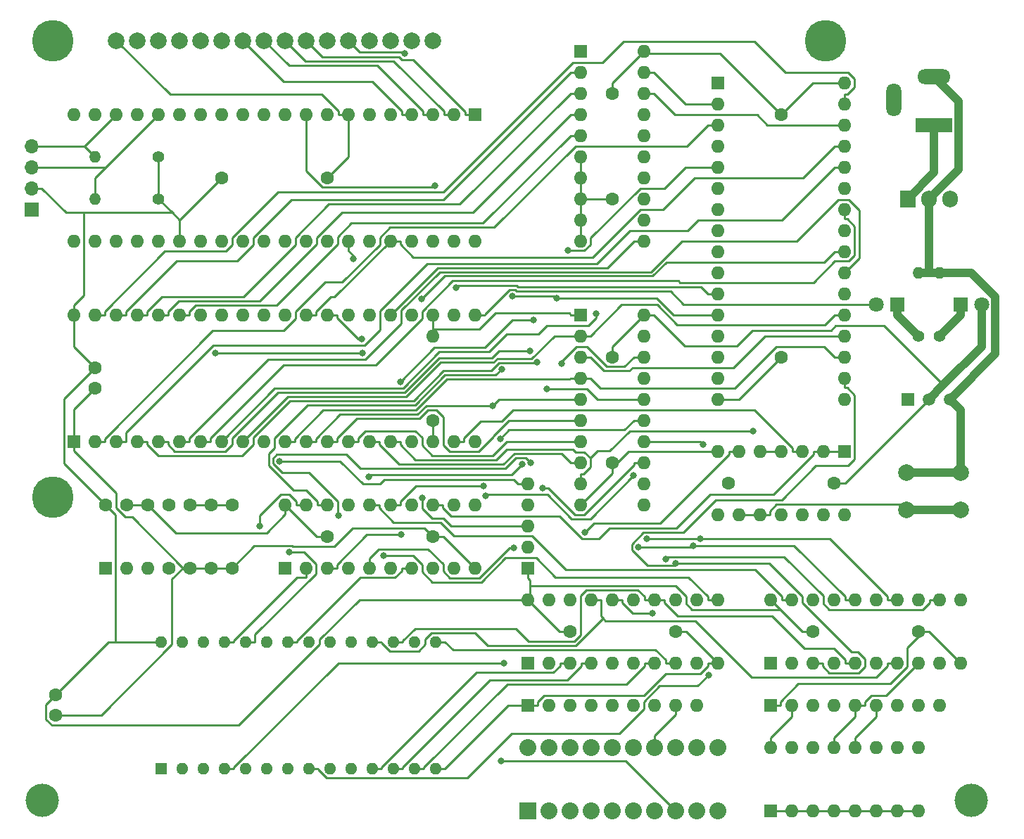
<source format=gbr>
%TF.GenerationSoftware,KiCad,Pcbnew,7.0.7*%
%TF.CreationDate,2023-09-28T02:10:51+03:00*%
%TF.ProjectId,main,6d61696e-2e6b-4696-9361-645f70636258,rev?*%
%TF.SameCoordinates,Original*%
%TF.FileFunction,Copper,L1,Top*%
%TF.FilePolarity,Positive*%
%FSLAX46Y46*%
G04 Gerber Fmt 4.6, Leading zero omitted, Abs format (unit mm)*
G04 Created by KiCad (PCBNEW 7.0.7) date 2023-09-28 02:10:51*
%MOMM*%
%LPD*%
G01*
G04 APERTURE LIST*
%TA.AperFunction,ComponentPad*%
%ADD10R,1.800000X1.800000*%
%TD*%
%TA.AperFunction,ComponentPad*%
%ADD11C,1.800000*%
%TD*%
%TA.AperFunction,ComponentPad*%
%ADD12R,1.600000X1.600000*%
%TD*%
%TA.AperFunction,ComponentPad*%
%ADD13O,1.600000X1.600000*%
%TD*%
%TA.AperFunction,ComponentPad*%
%ADD14C,1.600000*%
%TD*%
%TA.AperFunction,ComponentPad*%
%ADD15R,1.700000X1.700000*%
%TD*%
%TA.AperFunction,ComponentPad*%
%ADD16O,1.700000X1.700000*%
%TD*%
%TA.AperFunction,ComponentPad*%
%ADD17C,4.000000*%
%TD*%
%TA.AperFunction,ComponentPad*%
%ADD18C,1.400000*%
%TD*%
%TA.AperFunction,ComponentPad*%
%ADD19O,1.400000X1.400000*%
%TD*%
%TA.AperFunction,ComponentPad*%
%ADD20R,1.440000X1.440000*%
%TD*%
%TA.AperFunction,ComponentPad*%
%ADD21O,1.440000X1.440000*%
%TD*%
%TA.AperFunction,ComponentPad*%
%ADD22R,4.400000X1.800000*%
%TD*%
%TA.AperFunction,ComponentPad*%
%ADD23O,4.000000X1.800000*%
%TD*%
%TA.AperFunction,ComponentPad*%
%ADD24O,1.800000X4.000000*%
%TD*%
%TA.AperFunction,ComponentPad*%
%ADD25C,5.000000*%
%TD*%
%TA.AperFunction,ComponentPad*%
%ADD26C,2.000000*%
%TD*%
%TA.AperFunction,ComponentPad*%
%ADD27R,1.500000X1.500000*%
%TD*%
%TA.AperFunction,ComponentPad*%
%ADD28C,1.500000*%
%TD*%
%TA.AperFunction,ComponentPad*%
%ADD29R,2.032000X2.032000*%
%TD*%
%TA.AperFunction,ComponentPad*%
%ADD30C,2.032000*%
%TD*%
%TA.AperFunction,ComponentPad*%
%ADD31R,1.905000X2.000000*%
%TD*%
%TA.AperFunction,ComponentPad*%
%ADD32O,1.905000X2.000000*%
%TD*%
%TA.AperFunction,ViaPad*%
%ADD33C,0.800000*%
%TD*%
%TA.AperFunction,Conductor*%
%ADD34C,0.250000*%
%TD*%
%TA.AperFunction,Conductor*%
%ADD35C,1.000000*%
%TD*%
G04 APERTURE END LIST*
D10*
%TO.P,D1,1,K*%
%TO.N,Net-(D1-K)*%
X129540000Y73660000D03*
D11*
%TO.P,D1,2,A*%
%TO.N,+5V*%
X132080000Y73660000D03*
%TD*%
D12*
%TO.P,U4,1,OE*%
%TO.N,GND*%
X83820000Y72390000D03*
D13*
%TO.P,U4,2,D0*%
%TO.N,AD_{7}*%
X83820000Y69850000D03*
%TO.P,U4,3,D1*%
%TO.N,AD_{6}*%
X83820000Y67310000D03*
%TO.P,U4,4,D2*%
%TO.N,AD_{5}*%
X83820000Y64770000D03*
%TO.P,U4,5,D3*%
%TO.N,AD_{4}*%
X83820000Y62230000D03*
%TO.P,U4,6,D4*%
%TO.N,AD_{3}*%
X83820000Y59690000D03*
%TO.P,U4,7,D5*%
%TO.N,AD_{2}*%
X83820000Y57150000D03*
%TO.P,U4,8,D6*%
%TO.N,AD_{1}*%
X83820000Y54610000D03*
%TO.P,U4,9,D7*%
%TO.N,AD_{0}*%
X83820000Y52070000D03*
%TO.P,U4,10,GND*%
%TO.N,GND*%
X83820000Y49530000D03*
%TO.P,U4,11,Load*%
%TO.N,ALE*%
X91440000Y49530000D03*
%TO.P,U4,12,Q7*%
%TO.N,A_{0}*%
X91440000Y52070000D03*
%TO.P,U4,13,Q6*%
%TO.N,A_{1}*%
X91440000Y54610000D03*
%TO.P,U4,14,Q5*%
%TO.N,A_{2}*%
X91440000Y57150000D03*
%TO.P,U4,15,Q4*%
%TO.N,A_{3}*%
X91440000Y59690000D03*
%TO.P,U4,16,Q3*%
%TO.N,A_{4}*%
X91440000Y62230000D03*
%TO.P,U4,17,Q2*%
%TO.N,A_{5}*%
X91440000Y64770000D03*
%TO.P,U4,18,Q1*%
%TO.N,A_{6}*%
X91440000Y67310000D03*
%TO.P,U4,19,Q0*%
%TO.N,A_{7}*%
X91440000Y69850000D03*
%TO.P,U4,20,VCC*%
%TO.N,+5V*%
X91440000Y72390000D03*
%TD*%
D14*
%TO.P,C2,1*%
%TO.N,+5V*%
X40640000Y88900000D03*
%TO.P,C2,2*%
%TO.N,GND*%
X53340000Y88900000D03*
%TD*%
D12*
%TO.P,RN4,1,common*%
%TO.N,GND*%
X106680000Y25400000D03*
D13*
%TO.P,RN4,2,R1*%
%TO.N,Net-(RN4-R1)*%
X109220000Y25400000D03*
%TO.P,RN4,3,R2*%
%TO.N,Net-(RN4-R2)*%
X111760000Y25400000D03*
%TO.P,RN4,4,R3*%
%TO.N,Net-(RN4-R3)*%
X114300000Y25400000D03*
%TO.P,RN4,5,R4*%
%TO.N,Net-(RN4-R4)*%
X116840000Y25400000D03*
%TO.P,RN4,6,R5*%
%TO.N,Net-(RN4-R5)*%
X119380000Y25400000D03*
%TO.P,RN4,7,R6*%
%TO.N,Net-(RN4-R6)*%
X121920000Y25400000D03*
%TO.P,RN4,8,R7*%
%TO.N,Net-(RN4-R7)*%
X124460000Y25400000D03*
%TO.P,RN4,9,R8*%
%TO.N,Net-(RN4-R8)*%
X127000000Y25400000D03*
%TD*%
D15*
%TO.P,J2,1,Pin_1*%
%TO.N,GND*%
X17780000Y85090000D03*
D16*
%TO.P,J2,2,Pin_2*%
%TO.N,+5V*%
X17780000Y87630000D03*
%TO.P,J2,3,Pin_3*%
%TO.N,PS2CLK*%
X17780000Y90170000D03*
%TO.P,J2,4,Pin_4*%
%TO.N,PS2DATA*%
X17780000Y92710000D03*
%TD*%
D17*
%TO.P,H1,*%
%TO.N,*%
X19050000Y13970000D03*
%TD*%
D18*
%TO.P,R4,1*%
%TO.N,+5V*%
X33020000Y86360000D03*
D19*
%TO.P,R4,2*%
%TO.N,PS2CLK*%
X25400000Y86360000D03*
%TD*%
D14*
%TO.P,C10,1*%
%TO.N,+5V*%
X111760000Y34290000D03*
%TO.P,C10,2*%
%TO.N,GND*%
X124460000Y34290000D03*
%TD*%
D12*
%TO.P,U1,1,GND*%
%TO.N,GND*%
X22860000Y57150000D03*
D13*
%TO.P,U1,2,A14*%
%TO.N,A_{14}*%
X25400000Y57150000D03*
%TO.P,U1,3,A13*%
%TO.N,A_{13}*%
X27940000Y57150000D03*
%TO.P,U1,4,A12*%
%TO.N,A_{12}*%
X30480000Y57150000D03*
%TO.P,U1,5,A11*%
%TO.N,A_{11}*%
X33020000Y57150000D03*
%TO.P,U1,6,A10*%
%TO.N,A_{10}*%
X35560000Y57150000D03*
%TO.P,U1,7,A9*%
%TO.N,A_{9}*%
X38100000Y57150000D03*
%TO.P,U1,8,A8*%
%TO.N,A_{8}*%
X40640000Y57150000D03*
%TO.P,U1,9,AD7*%
%TO.N,AD_{7}*%
X43180000Y57150000D03*
%TO.P,U1,10,AD6*%
%TO.N,AD_{6}*%
X45720000Y57150000D03*
%TO.P,U1,11,AD5*%
%TO.N,AD_{5}*%
X48260000Y57150000D03*
%TO.P,U1,12,AD4*%
%TO.N,AD_{4}*%
X50800000Y57150000D03*
%TO.P,U1,13,AD3*%
%TO.N,AD_{3}*%
X53340000Y57150000D03*
%TO.P,U1,14,AD2*%
%TO.N,AD_{2}*%
X55880000Y57150000D03*
%TO.P,U1,15,AD1*%
%TO.N,AD_{1}*%
X58420000Y57150000D03*
%TO.P,U1,16,AD0*%
%TO.N,AD_{0}*%
X60960000Y57150000D03*
%TO.P,U1,17,NMI*%
%TO.N,Net-(RN1B-R2.2)*%
X63500000Y57150000D03*
%TO.P,U1,18,INTR*%
%TO.N,INT*%
X66040000Y57150000D03*
%TO.P,U1,19,CLK*%
%TO.N,CLK*%
X68580000Y57150000D03*
%TO.P,U1,20,GND*%
%TO.N,GND*%
X71120000Y57150000D03*
%TO.P,U1,21,RESET*%
%TO.N,RES*%
X71120000Y72390000D03*
%TO.P,U1,22,READY*%
%TO.N,Net-(RN1A-R1.2)*%
X68580000Y72390000D03*
%TO.P,U1,23,~{TEST}*%
%TO.N,GND*%
X66040000Y72390000D03*
%TO.P,U1,24,~{INTA}*%
%TO.N,unconnected-(U1-~{INTA}-Pad24)*%
X63500000Y72390000D03*
%TO.P,U1,25,ALE*%
%TO.N,ALE*%
X60960000Y72390000D03*
%TO.P,U1,26,DEN*%
%TO.N,unconnected-(U1-DEN-Pad26)*%
X58420000Y72390000D03*
%TO.P,U1,27,DT/~{R}*%
%TO.N,unconnected-(U1-DT{slash}~{R}-Pad27)*%
X55880000Y72390000D03*
%TO.P,U1,28,IO/~{M}*%
%TO.N,IO{slash}~{M}*%
X53340000Y72390000D03*
%TO.P,U1,29,WR*%
%TO.N,~{WR}*%
X50800000Y72390000D03*
%TO.P,U1,30,HLDA*%
%TO.N,unconnected-(U1-HLDA-Pad30)*%
X48260000Y72390000D03*
%TO.P,U1,31,HOLD*%
%TO.N,unconnected-(U1-HOLD-Pad31)*%
X45720000Y72390000D03*
%TO.P,U1,32,~{RD}*%
%TO.N,~{RD}*%
X43180000Y72390000D03*
%TO.P,U1,33,MN/~{MX}*%
%TO.N,Net-(RN1D-R4.2)*%
X40640000Y72390000D03*
%TO.P,U1,34,~{SSO}*%
%TO.N,unconnected-(U1-~{SSO}-Pad34)*%
X38100000Y72390000D03*
%TO.P,U1,35,A19/S6*%
%TO.N,AS_{19}*%
X35560000Y72390000D03*
%TO.P,U1,36,A18/S5*%
%TO.N,AS_{18}*%
X33020000Y72390000D03*
%TO.P,U1,37,A17/S4*%
%TO.N,AS_{17}*%
X30480000Y72390000D03*
%TO.P,U1,38,A16/S3*%
%TO.N,AS_{16}*%
X27940000Y72390000D03*
%TO.P,U1,39,A15*%
%TO.N,A_{15}*%
X25400000Y72390000D03*
%TO.P,U1,40,VCC*%
%TO.N,+5V*%
X22860000Y72390000D03*
%TD*%
D14*
%TO.P,C5,1*%
%TO.N,+5V*%
X87630000Y67310000D03*
%TO.P,C5,2*%
%TO.N,GND*%
X87630000Y54610000D03*
%TD*%
%TO.P,C7,1*%
%TO.N,+5V*%
X53340000Y45720000D03*
%TO.P,C7,2*%
%TO.N,GND*%
X66040000Y45720000D03*
%TD*%
D12*
%TO.P,U14,1,1OE*%
%TO.N,IN~{EN}*%
X106680000Y30480000D03*
D13*
%TO.P,U14,2,1A0*%
%TO.N,Net-(RN4-R1)*%
X109220000Y30480000D03*
%TO.P,U14,3,2Y0*%
%TO.N,AD_{4}*%
X111760000Y30480000D03*
%TO.P,U14,4,1A1*%
%TO.N,Net-(RN4-R2)*%
X114300000Y30480000D03*
%TO.P,U14,5,2Y1*%
%TO.N,AD_{5}*%
X116840000Y30480000D03*
%TO.P,U14,6,1A2*%
%TO.N,Net-(RN4-R3)*%
X119380000Y30480000D03*
%TO.P,U14,7,2Y2*%
%TO.N,AD_{6}*%
X121920000Y30480000D03*
%TO.P,U14,8,1A3*%
%TO.N,Net-(RN4-R4)*%
X124460000Y30480000D03*
%TO.P,U14,9,2Y3*%
%TO.N,AD_{7}*%
X127000000Y30480000D03*
%TO.P,U14,10,GND*%
%TO.N,GND*%
X129540000Y30480000D03*
%TO.P,U14,11,2A3*%
%TO.N,Net-(RN4-R8)*%
X129540000Y38100000D03*
%TO.P,U14,12,1Y3*%
%TO.N,AD_{3}*%
X127000000Y38100000D03*
%TO.P,U14,13,2A2*%
%TO.N,Net-(RN4-R7)*%
X124460000Y38100000D03*
%TO.P,U14,14,1Y2*%
%TO.N,AD_{2}*%
X121920000Y38100000D03*
%TO.P,U14,15,2A1*%
%TO.N,Net-(RN4-R6)*%
X119380000Y38100000D03*
%TO.P,U14,16,1Y1*%
%TO.N,AD_{1}*%
X116840000Y38100000D03*
%TO.P,U14,17,2A0*%
%TO.N,Net-(RN4-R5)*%
X114300000Y38100000D03*
%TO.P,U14,18,1Y0*%
%TO.N,AD_{0}*%
X111760000Y38100000D03*
%TO.P,U14,19,2OE*%
%TO.N,IN~{EN}*%
X109220000Y38100000D03*
%TO.P,U14,20,VCC*%
%TO.N,+5V*%
X106680000Y38100000D03*
%TD*%
D14*
%TO.P,C3,1*%
%TO.N,+5V*%
X25400000Y66040000D03*
%TO.P,C3,2*%
%TO.N,GND*%
X25400000Y63540000D03*
%TD*%
D20*
%TO.P,U2,1,A15*%
%TO.N,A_{15}*%
X33420000Y17780000D03*
D21*
%TO.P,U2,2,A12*%
%TO.N,A_{12}*%
X35960000Y17780000D03*
%TO.P,U2,3,A7*%
%TO.N,A_{7}*%
X38500000Y17780000D03*
%TO.P,U2,4,A6*%
%TO.N,A_{6}*%
X41040000Y17780000D03*
%TO.P,U2,5,A5*%
%TO.N,A_{5}*%
X43580000Y17780000D03*
%TO.P,U2,6,A4*%
%TO.N,A_{4}*%
X46120000Y17780000D03*
%TO.P,U2,7,A3*%
%TO.N,A_{3}*%
X48660000Y17780000D03*
%TO.P,U2,8,A2*%
%TO.N,A_{2}*%
X51200000Y17780000D03*
%TO.P,U2,9,A1*%
%TO.N,A_{1}*%
X53740000Y17780000D03*
%TO.P,U2,10,A0*%
%TO.N,A_{0}*%
X56280000Y17780000D03*
%TO.P,U2,11,D0*%
%TO.N,AD_{0}*%
X58820000Y17780000D03*
%TO.P,U2,12,D1*%
%TO.N,AD_{1}*%
X61360000Y17780000D03*
%TO.P,U2,13,D2*%
%TO.N,AD_{2}*%
X63900000Y17780000D03*
%TO.P,U2,14,GND*%
%TO.N,GND*%
X66440000Y17780000D03*
%TO.P,U2,15,D3*%
%TO.N,AD_{3}*%
X66440000Y33020000D03*
%TO.P,U2,16,D4*%
%TO.N,AD_{4}*%
X63900000Y33020000D03*
%TO.P,U2,17,D5*%
%TO.N,AD_{5}*%
X61360000Y33020000D03*
%TO.P,U2,18,D6*%
%TO.N,AD_{6}*%
X58820000Y33020000D03*
%TO.P,U2,19,D7*%
%TO.N,AD_{7}*%
X56280000Y33020000D03*
%TO.P,U2,20,~{CE}*%
%TO.N,ROM~{EN}*%
X53740000Y33020000D03*
%TO.P,U2,21,A10*%
%TO.N,A_{10}*%
X51200000Y33020000D03*
%TO.P,U2,22,~{OE}*%
%TO.N,~{RD}*%
X48660000Y33020000D03*
%TO.P,U2,23,A11*%
%TO.N,A_{11}*%
X46120000Y33020000D03*
%TO.P,U2,24,A9*%
%TO.N,A_{9}*%
X43580000Y33020000D03*
%TO.P,U2,25,A8*%
%TO.N,A_{8}*%
X41040000Y33020000D03*
%TO.P,U2,26,A13*%
%TO.N,A_{13}*%
X38500000Y33020000D03*
%TO.P,U2,27,A14*%
%TO.N,A_{14}*%
X35960000Y33020000D03*
%TO.P,U2,28,VCC*%
%TO.N,+5V*%
X33420000Y33020000D03*
%TD*%
D14*
%TO.P,C6,1*%
%TO.N,+5V*%
X107950000Y96520000D03*
%TO.P,C6,2*%
%TO.N,GND*%
X107950000Y67310000D03*
%TD*%
D10*
%TO.P,D2,1,K*%
%TO.N,Net-(D2-K)*%
X121920000Y73660000D03*
D11*
%TO.P,D2,2,A*%
%TO.N,RES*%
X119380000Y73660000D03*
%TD*%
D14*
%TO.P,C4,1*%
%TO.N,+5V*%
X87630000Y99060000D03*
%TO.P,C4,2*%
%TO.N,GND*%
X87630000Y86360000D03*
%TD*%
D12*
%TO.P,RN3,1,common*%
%TO.N,GND*%
X77470000Y25400000D03*
D13*
%TO.P,RN3,2,R1*%
%TO.N,Net-(RN3-R1)*%
X80010000Y25400000D03*
%TO.P,RN3,3,R2*%
%TO.N,Net-(RN3-R2)*%
X82550000Y25400000D03*
%TO.P,RN3,4,R3*%
%TO.N,Net-(RN3-R3)*%
X85090000Y25400000D03*
%TO.P,RN3,5,R4*%
%TO.N,Net-(RN3-R4)*%
X87630000Y25400000D03*
%TO.P,RN3,6,R5*%
%TO.N,Net-(RN3-R5)*%
X90170000Y25400000D03*
%TO.P,RN3,7,R6*%
%TO.N,Net-(RN3-R6)*%
X92710000Y25400000D03*
%TO.P,RN3,8,R7*%
%TO.N,Net-(RN3-R7)*%
X95250000Y25400000D03*
%TO.P,RN3,9,R8*%
%TO.N,Net-(RN3-R8)*%
X97790000Y25400000D03*
%TD*%
D17*
%TO.P,H2,*%
%TO.N,*%
X130810000Y13970000D03*
%TD*%
D22*
%TO.P,J1,1*%
%TO.N,Net-(U10-IN)*%
X126330000Y95250000D03*
D23*
%TO.P,J1,2*%
%TO.N,GND*%
X126330000Y101050000D03*
D24*
%TO.P,J1,3*%
%TO.N,N/C*%
X121530000Y98250000D03*
%TD*%
D12*
%TO.P,U13,1,~{Mr}*%
%TO.N,Net-(U13-~{Mr})*%
X77470000Y30480000D03*
D13*
%TO.P,U13,2,Q0*%
%TO.N,Net-(U13-Q0)*%
X80010000Y30480000D03*
%TO.P,U13,3,D0*%
%TO.N,AD_{0}*%
X82550000Y30480000D03*
%TO.P,U13,4,D1*%
%TO.N,AD_{1}*%
X85090000Y30480000D03*
%TO.P,U13,5,Q1*%
%TO.N,Net-(U13-Q1)*%
X87630000Y30480000D03*
%TO.P,U13,6,Q2*%
%TO.N,Net-(U13-Q2)*%
X90170000Y30480000D03*
%TO.P,U13,7,D2*%
%TO.N,AD_{2}*%
X92710000Y30480000D03*
%TO.P,U13,8,D3*%
%TO.N,AD_{3}*%
X95250000Y30480000D03*
%TO.P,U13,9,Q3*%
%TO.N,Net-(U13-Q3)*%
X97790000Y30480000D03*
%TO.P,U13,10,GND*%
%TO.N,GND*%
X100330000Y30480000D03*
%TO.P,U13,11,Cp*%
%TO.N,OUT~{EN}*%
X100330000Y38100000D03*
%TO.P,U13,12,Q4*%
%TO.N,Net-(U13-Q4)*%
X97790000Y38100000D03*
%TO.P,U13,13,D4*%
%TO.N,AD_{4}*%
X95250000Y38100000D03*
%TO.P,U13,14,D5*%
%TO.N,AD_{5}*%
X92710000Y38100000D03*
%TO.P,U13,15,Q5*%
%TO.N,Net-(U13-Q5)*%
X90170000Y38100000D03*
%TO.P,U13,16,Q6*%
%TO.N,Net-(U13-Q6)*%
X87630000Y38100000D03*
%TO.P,U13,17,D6*%
%TO.N,AD_{6}*%
X85090000Y38100000D03*
%TO.P,U13,18,D7*%
%TO.N,AD_{7}*%
X82550000Y38100000D03*
%TO.P,U13,19,Q7*%
%TO.N,Net-(U13-Q7)*%
X80010000Y38100000D03*
%TO.P,U13,20,VCC*%
%TO.N,+5V*%
X77470000Y38100000D03*
%TD*%
D12*
%TO.P,RN1,1,R1*%
%TO.N,+5V*%
X77470000Y41890000D03*
D13*
%TO.P,RN1,2,R1.2*%
%TO.N,Net-(RN1A-R1.2)*%
X77470000Y44430000D03*
%TO.P,RN1,3,R2.2*%
%TO.N,Net-(RN1B-R2.2)*%
X77470000Y46970000D03*
%TO.P,RN1,4,R3.2*%
%TO.N,unconnected-(RN1C-R3.2-Pad4)*%
X77470000Y49510000D03*
%TO.P,RN1,5,R4.2*%
%TO.N,Net-(RN1D-R4.2)*%
X77470000Y52050000D03*
%TD*%
D18*
%TO.P,R3,1*%
%TO.N,Net-(D2-K)*%
X124460000Y69850000D03*
D19*
%TO.P,R3,2*%
%TO.N,GND*%
X124460000Y77470000D03*
%TD*%
D14*
%TO.P,U11,*%
%TO.N,*%
X34290000Y49530000D03*
X34290000Y41910000D03*
D12*
%TO.P,U11,1,EN*%
%TO.N,unconnected-(U11-EN-Pad1)*%
X26670000Y41910000D03*
D13*
%TO.P,U11,2*%
%TO.N,unconnected-(U11-Pad2)*%
X29210000Y41910000D03*
%TO.P,U11,3*%
%TO.N,unconnected-(U11-Pad3)*%
X31750000Y41910000D03*
D14*
%TO.P,U11,5*%
%TO.N,GND*%
X36830000Y41910000D03*
%TO.P,U11,6*%
X39370000Y41910000D03*
%TO.P,U11,7,GND*%
X41910000Y41910000D03*
%TO.P,U11,8,OUT*%
%TO.N,Net-(U11-OUT)*%
X41910000Y49530000D03*
%TO.P,U11,9*%
X39370000Y49530000D03*
%TO.P,U11,10*%
X36830000Y49530000D03*
%TO.P,U11,12*%
%TO.N,+5V*%
X31750000Y49530000D03*
%TO.P,U11,13*%
X29210000Y49530000D03*
%TO.P,U11,14,Vcc*%
X26670000Y49530000D03*
%TD*%
D12*
%TO.P,U3,1,A18*%
%TO.N,A_{18}*%
X100330000Y100330000D03*
D13*
%TO.P,U3,2,A16*%
%TO.N,A_{16}*%
X100330000Y97790000D03*
%TO.P,U3,3,A14*%
%TO.N,A_{14}*%
X100330000Y95250000D03*
%TO.P,U3,4,A12*%
%TO.N,A_{12}*%
X100330000Y92710000D03*
%TO.P,U3,5,A7*%
%TO.N,A_{7}*%
X100330000Y90170000D03*
%TO.P,U3,6,A6*%
%TO.N,A_{6}*%
X100330000Y87630000D03*
%TO.P,U3,7,A5*%
%TO.N,A_{5}*%
X100330000Y85090000D03*
%TO.P,U3,8,A4*%
%TO.N,A_{4}*%
X100330000Y82550000D03*
%TO.P,U3,9,A3*%
%TO.N,A_{3}*%
X100330000Y80010000D03*
%TO.P,U3,10,A2*%
%TO.N,A_{2}*%
X100330000Y77470000D03*
%TO.P,U3,11,A1*%
%TO.N,A_{1}*%
X100330000Y74930000D03*
%TO.P,U3,12,A0*%
%TO.N,A_{0}*%
X100330000Y72390000D03*
%TO.P,U3,13,DQ0*%
%TO.N,AD_{0}*%
X100330000Y69850000D03*
%TO.P,U3,14,DQ1*%
%TO.N,AD_{1}*%
X100330000Y67310000D03*
%TO.P,U3,15,DQ2*%
%TO.N,AD_{2}*%
X100330000Y64770000D03*
%TO.P,U3,16,VSS*%
%TO.N,GND*%
X100330000Y62230000D03*
%TO.P,U3,17,DQ3*%
%TO.N,AD_{3}*%
X115570000Y62230000D03*
%TO.P,U3,18,DQ4*%
%TO.N,AD_{4}*%
X115570000Y64770000D03*
%TO.P,U3,19,DQ5*%
%TO.N,AD_{5}*%
X115570000Y67310000D03*
%TO.P,U3,20,DQ6*%
%TO.N,AD_{6}*%
X115570000Y69850000D03*
%TO.P,U3,21,DQ7*%
%TO.N,AD_{7}*%
X115570000Y72390000D03*
%TO.P,U3,22,CE#*%
%TO.N,RAM~{EN}*%
X115570000Y74930000D03*
%TO.P,U3,23,A10*%
%TO.N,A_{10}*%
X115570000Y77470000D03*
%TO.P,U3,24,OE#*%
%TO.N,~{RD}*%
X115570000Y80010000D03*
%TO.P,U3,25,A11*%
%TO.N,A_{11}*%
X115570000Y82550000D03*
%TO.P,U3,26,A9*%
%TO.N,A_{9}*%
X115570000Y85090000D03*
%TO.P,U3,27,A8*%
%TO.N,A_{8}*%
X115570000Y87630000D03*
%TO.P,U3,28,A13*%
%TO.N,A_{13}*%
X115570000Y90170000D03*
%TO.P,U3,29,WE#*%
%TO.N,~{WR}*%
X115570000Y92710000D03*
%TO.P,U3,30,A17*%
%TO.N,A_{17}*%
X115570000Y95250000D03*
%TO.P,U3,31,A15*%
%TO.N,A_{15}*%
X115570000Y97790000D03*
%TO.P,U3,32,VCC*%
%TO.N,+5V*%
X115570000Y100330000D03*
%TD*%
D12*
%TO.P,SW6,1*%
%TO.N,+5V*%
X106680000Y12700000D03*
D13*
%TO.P,SW6,2*%
X109220000Y12700000D03*
%TO.P,SW6,3*%
X111760000Y12700000D03*
%TO.P,SW6,4*%
X114300000Y12700000D03*
%TO.P,SW6,5*%
X116840000Y12700000D03*
%TO.P,SW6,6*%
X119380000Y12700000D03*
%TO.P,SW6,7*%
X121920000Y12700000D03*
%TO.P,SW6,8*%
X124460000Y12700000D03*
%TO.P,SW6,9*%
%TO.N,Net-(RN4-R8)*%
X124460000Y20320000D03*
%TO.P,SW6,10*%
%TO.N,Net-(RN4-R7)*%
X121920000Y20320000D03*
%TO.P,SW6,11*%
%TO.N,Net-(RN4-R6)*%
X119380000Y20320000D03*
%TO.P,SW6,12*%
%TO.N,Net-(RN4-R5)*%
X116840000Y20320000D03*
%TO.P,SW6,13*%
%TO.N,Net-(RN4-R4)*%
X114300000Y20320000D03*
%TO.P,SW6,14*%
%TO.N,Net-(RN4-R3)*%
X111760000Y20320000D03*
%TO.P,SW6,15*%
%TO.N,Net-(RN4-R2)*%
X109220000Y20320000D03*
%TO.P,SW6,16*%
%TO.N,Net-(RN4-R1)*%
X106680000Y20320000D03*
%TD*%
D14*
%TO.P,C8,1*%
%TO.N,+5V*%
X114300000Y52150000D03*
%TO.P,C8,2*%
%TO.N,GND*%
X101600000Y52150000D03*
%TD*%
%TO.P,C11,1*%
%TO.N,+5V*%
X20720000Y26670000D03*
%TO.P,C11,2*%
%TO.N,GND*%
X20720000Y24170000D03*
%TD*%
D18*
%TO.P,R5,1*%
%TO.N,+5V*%
X33020000Y91440000D03*
D19*
%TO.P,R5,2*%
%TO.N,PS2DATA*%
X25400000Y91440000D03*
%TD*%
D25*
%TO.P,LCD1,*%
%TO.N,*%
X20320000Y105410000D03*
X20320000Y50450000D03*
D26*
X33020000Y105410000D03*
X63500000Y105410000D03*
X66040000Y105410000D03*
D25*
X113280000Y105410000D03*
D26*
%TO.P,LCD1,1,GND*%
%TO.N,GND*%
X27940000Y105410000D03*
%TO.P,LCD1,2,Vdd*%
%TO.N,+5V*%
X30480000Y105410000D03*
%TO.P,LCD1,4,RS*%
%TO.N,Net-(LCD1-RS)*%
X35560000Y105410000D03*
%TO.P,LCD1,5,R~{W}*%
%TO.N,Net-(LCD1-R~{W})*%
X38100000Y105410000D03*
%TO.P,LCD1,6,E*%
%TO.N,Net-(LCD1-E)*%
X40640000Y105410000D03*
%TO.P,LCD1,7,D_{0}*%
%TO.N,Net-(LCD1-D_{0})*%
X43180000Y105410000D03*
%TO.P,LCD1,8,D_{1}*%
%TO.N,Net-(LCD1-D_{1})*%
X45720000Y105410000D03*
%TO.P,LCD1,9,D_{2}*%
%TO.N,Net-(LCD1-D_{2})*%
X48260000Y105410000D03*
%TO.P,LCD1,10,D_{3}*%
%TO.N,Net-(LCD1-D_{3})*%
X50800000Y105410000D03*
%TO.P,LCD1,11,D_{4}*%
%TO.N,Net-(LCD1-D_{4})*%
X53340000Y105410000D03*
%TO.P,LCD1,12,D_{5}*%
%TO.N,Net-(LCD1-D_{5})*%
X55880000Y105410000D03*
%TO.P,LCD1,13,D_{6}*%
%TO.N,Net-(LCD1-D_{6})*%
X58420000Y105410000D03*
%TO.P,LCD1,14,D_{7}*%
%TO.N,Net-(LCD1-D_{7})*%
X60960000Y105410000D03*
%TD*%
D14*
%TO.P,R1,1*%
%TO.N,INT*%
X66040000Y59690000D03*
D13*
%TO.P,R1,2*%
%TO.N,GND*%
X66040000Y69850000D03*
%TD*%
D12*
%TO.P,U12,1,PA3*%
%TO.N,Net-(LCD1-D_{3})*%
X71120000Y96520000D03*
D13*
%TO.P,U12,2,PA2*%
%TO.N,Net-(LCD1-D_{2})*%
X68580000Y96520000D03*
%TO.P,U12,3,PA1*%
%TO.N,Net-(LCD1-D_{1})*%
X66040000Y96520000D03*
%TO.P,U12,4,PA0*%
%TO.N,Net-(LCD1-D_{0})*%
X63500000Y96520000D03*
%TO.P,U12,5,~{RD}*%
%TO.N,~{RD}*%
X60960000Y96520000D03*
%TO.P,U12,6,~{CS}*%
%TO.N,IO~{EN}*%
X58420000Y96520000D03*
%TO.P,U12,7,GND*%
%TO.N,GND*%
X55880000Y96520000D03*
%TO.P,U12,8,A1*%
%TO.N,A_{1}*%
X53340000Y96520000D03*
%TO.P,U12,9,A0*%
%TO.N,A_{0}*%
X50800000Y96520000D03*
%TO.P,U12,10,PC7*%
%TO.N,unconnected-(U12-PC7-Pad10)*%
X48260000Y96520000D03*
%TO.P,U12,11,PC6*%
%TO.N,Net-(LCD1-E)*%
X45720000Y96520000D03*
%TO.P,U12,12,PC5*%
%TO.N,Net-(LCD1-R~{W})*%
X43180000Y96520000D03*
%TO.P,U12,13,PC4*%
%TO.N,Net-(LCD1-RS)*%
X40640000Y96520000D03*
%TO.P,U12,14,PC0*%
%TO.N,INT*%
X38100000Y96520000D03*
%TO.P,U12,15,PC1*%
%TO.N,unconnected-(U12-PC1-Pad15)*%
X35560000Y96520000D03*
%TO.P,U12,16,PC2*%
%TO.N,PS2CLK*%
X33020000Y96520000D03*
%TO.P,U12,17,PC3*%
%TO.N,unconnected-(U12-PC3-Pad17)*%
X30480000Y96520000D03*
%TO.P,U12,18,PB0*%
%TO.N,PS2DATA*%
X27940000Y96520000D03*
%TO.P,U12,19,PB1*%
%TO.N,unconnected-(U12-PB1-Pad19)*%
X25400000Y96520000D03*
%TO.P,U12,20,PB2*%
%TO.N,unconnected-(U12-PB2-Pad20)*%
X22860000Y96520000D03*
%TO.P,U12,21,PB3*%
%TO.N,unconnected-(U12-PB3-Pad21)*%
X22860000Y81280000D03*
%TO.P,U12,22,PB4*%
%TO.N,unconnected-(U12-PB4-Pad22)*%
X25400000Y81280000D03*
%TO.P,U12,23,PB5*%
%TO.N,unconnected-(U12-PB5-Pad23)*%
X27940000Y81280000D03*
%TO.P,U12,24,PB6*%
%TO.N,unconnected-(U12-PB6-Pad24)*%
X30480000Y81280000D03*
%TO.P,U12,25,PB7*%
%TO.N,unconnected-(U12-PB7-Pad25)*%
X33020000Y81280000D03*
%TO.P,U12,26,VCC*%
%TO.N,+5V*%
X35560000Y81280000D03*
%TO.P,U12,27,D7*%
%TO.N,AD_{7}*%
X38100000Y81280000D03*
%TO.P,U12,28,D6*%
%TO.N,AD_{6}*%
X40640000Y81280000D03*
%TO.P,U12,29,D5*%
%TO.N,AD_{5}*%
X43180000Y81280000D03*
%TO.P,U12,30,D4*%
%TO.N,AD_{4}*%
X45720000Y81280000D03*
%TO.P,U12,31,D3*%
%TO.N,AD_{3}*%
X48260000Y81280000D03*
%TO.P,U12,32,D2*%
%TO.N,AD_{2}*%
X50800000Y81280000D03*
%TO.P,U12,33,D1*%
%TO.N,AD_{1}*%
X53340000Y81280000D03*
%TO.P,U12,34,D0*%
%TO.N,AD_{0}*%
X55880000Y81280000D03*
%TO.P,U12,35,RESET*%
%TO.N,RES*%
X58420000Y81280000D03*
%TO.P,U12,36,~{WR}*%
%TO.N,~{WR}*%
X60960000Y81280000D03*
%TO.P,U12,37,PA7*%
%TO.N,Net-(LCD1-D_{7})*%
X63500000Y81280000D03*
%TO.P,U12,38,PA6*%
%TO.N,Net-(LCD1-D_{6})*%
X66040000Y81280000D03*
%TO.P,U12,39,PA5*%
%TO.N,Net-(LCD1-D_{5})*%
X68580000Y81280000D03*
%TO.P,U12,40,PA4*%
%TO.N,Net-(LCD1-D_{4})*%
X71120000Y81280000D03*
%TD*%
D27*
%TO.P,U7,1,~{RST}*%
%TO.N,Net-(U7-~{RST})*%
X123190000Y62230000D03*
D28*
%TO.P,U7,2,VCC*%
%TO.N,+5V*%
X125730000Y62230000D03*
%TO.P,U7,3,GND*%
%TO.N,GND*%
X128270000Y62230000D03*
%TD*%
D14*
%TO.P,C9,1*%
%TO.N,+5V*%
X82550000Y34290000D03*
%TO.P,C9,2*%
%TO.N,GND*%
X95250000Y34290000D03*
%TD*%
D18*
%TO.P,R2,1*%
%TO.N,Net-(D1-K)*%
X127000000Y69850000D03*
D19*
%TO.P,R2,2*%
%TO.N,GND*%
X127000000Y77470000D03*
%TD*%
D12*
%TO.P,U8,1*%
%TO.N,Net-(U6-IO7)*%
X115570000Y55960000D03*
D13*
%TO.P,U8,2*%
X113030000Y55960000D03*
%TO.P,U8,3*%
%TO.N,CLK*%
X110490000Y55960000D03*
%TO.P,U8,4*%
%TO.N,RES*%
X107950000Y55960000D03*
%TO.P,U8,5*%
X105410000Y55960000D03*
%TO.P,U8,6*%
%TO.N,Net-(U13-~{Mr})*%
X102870000Y55960000D03*
%TO.P,U8,7,GND*%
%TO.N,GND*%
X100330000Y55960000D03*
%TO.P,U8,8*%
%TO.N,RES*%
X100330000Y48340000D03*
%TO.P,U8,9*%
%TO.N,Net-(U7-~{RST})*%
X102870000Y48340000D03*
%TO.P,U8,10*%
X105410000Y48340000D03*
%TO.P,U8,11*%
%TO.N,unconnected-(U8-Pad11)*%
X107950000Y48340000D03*
%TO.P,U8,12*%
%TO.N,unconnected-(U8-Pad12)*%
X110490000Y48340000D03*
%TO.P,U8,13*%
%TO.N,unconnected-(U8-Pad13)*%
X113030000Y48340000D03*
%TO.P,U8,14,VCC*%
%TO.N,+5V*%
X115570000Y48340000D03*
%TD*%
D12*
%TO.P,U6,1,I1/CLK*%
%TO.N,Net-(U11-OUT)*%
X48260000Y41910000D03*
D13*
%TO.P,U6,2,I2*%
%TO.N,A_{8}*%
X50800000Y41910000D03*
%TO.P,U6,3,I3*%
%TO.N,A_{16}*%
X53340000Y41910000D03*
%TO.P,U6,4,I4*%
%TO.N,A_{17}*%
X55880000Y41910000D03*
%TO.P,U6,5,I5*%
%TO.N,A_{18}*%
X58420000Y41910000D03*
%TO.P,U6,6,I6*%
%TO.N,A_{19}*%
X60960000Y41910000D03*
%TO.P,U6,7,I7*%
%TO.N,~{RD}*%
X63500000Y41910000D03*
%TO.P,U6,8,I8*%
%TO.N,~{WR}*%
X66040000Y41910000D03*
%TO.P,U6,9,I9*%
%TO.N,IO{slash}~{M}*%
X68580000Y41910000D03*
%TO.P,U6,10,GND*%
%TO.N,GND*%
X71120000Y41910000D03*
%TO.P,U6,11,I10/~{OE}*%
X71120000Y49530000D03*
%TO.P,U6,12,IO8*%
%TO.N,unconnected-(U6-IO8-Pad12)*%
X68580000Y49530000D03*
%TO.P,U6,13,IO7*%
%TO.N,Net-(U6-IO7)*%
X66040000Y49530000D03*
%TO.P,U6,14,IO6*%
%TO.N,unconnected-(U6-IO6-Pad14)*%
X63500000Y49530000D03*
%TO.P,U6,15,IO5*%
%TO.N,IO~{EN}*%
X60960000Y49530000D03*
%TO.P,U6,16,IO4*%
%TO.N,IN~{EN}*%
X58420000Y49530000D03*
%TO.P,U6,17,I03*%
%TO.N,OUT~{EN}*%
X55880000Y49530000D03*
%TO.P,U6,18,IO2*%
%TO.N,RAM~{EN}*%
X53340000Y49530000D03*
%TO.P,U6,19,IO1*%
%TO.N,ROM~{EN}*%
X50800000Y49530000D03*
%TO.P,U6,20,VCC*%
%TO.N,+5V*%
X48260000Y49530000D03*
%TD*%
D29*
%TO.P,BAR1,1,A*%
%TO.N,Net-(U13-Q0)*%
X77470000Y12700000D03*
D30*
%TO.P,BAR1,2,A*%
%TO.N,Net-(U13-Q1)*%
X80010000Y12700000D03*
%TO.P,BAR1,3,A*%
%TO.N,Net-(U13-Q2)*%
X82550000Y12700000D03*
%TO.P,BAR1,4,A*%
%TO.N,Net-(U13-Q3)*%
X85090000Y12700000D03*
%TO.P,BAR1,5,A*%
%TO.N,Net-(U13-Q4)*%
X87630000Y12700000D03*
%TO.P,BAR1,6,A*%
%TO.N,Net-(U13-Q5)*%
X90170000Y12700000D03*
%TO.P,BAR1,7,A*%
%TO.N,Net-(U13-Q6)*%
X92710000Y12700000D03*
%TO.P,BAR1,8,A*%
%TO.N,Net-(U13-Q7)*%
X95250000Y12700000D03*
%TO.P,BAR1,9,A*%
%TO.N,unconnected-(BAR1-A-Pad9)*%
X97790000Y12700000D03*
%TO.P,BAR1,10,A*%
%TO.N,unconnected-(BAR1-A-Pad10)*%
X100330000Y12700000D03*
%TO.P,BAR1,11,K*%
%TO.N,unconnected-(BAR1-K-Pad11)*%
X100330000Y20320000D03*
%TO.P,BAR1,12,K*%
%TO.N,unconnected-(BAR1-K-Pad12)*%
X97790000Y20320000D03*
%TO.P,BAR1,13,K*%
%TO.N,Net-(RN3-R8)*%
X95250000Y20320000D03*
%TO.P,BAR1,14,K*%
%TO.N,Net-(RN3-R7)*%
X92710000Y20320000D03*
%TO.P,BAR1,15,K*%
%TO.N,Net-(RN3-R6)*%
X90170000Y20320000D03*
%TO.P,BAR1,16,K*%
%TO.N,Net-(RN3-R5)*%
X87630000Y20320000D03*
%TO.P,BAR1,17,K*%
%TO.N,Net-(RN3-R4)*%
X85090000Y20320000D03*
%TO.P,BAR1,18,K*%
%TO.N,Net-(RN3-R3)*%
X82550000Y20320000D03*
%TO.P,BAR1,19,K*%
%TO.N,Net-(RN3-R2)*%
X80010000Y20320000D03*
%TO.P,BAR1,20,K*%
%TO.N,Net-(RN3-R1)*%
X77470000Y20320000D03*
%TD*%
D12*
%TO.P,U5,1,OE*%
%TO.N,GND*%
X83820000Y104140000D03*
D13*
%TO.P,U5,2,D0*%
%TO.N,AS_{16}*%
X83820000Y101600000D03*
%TO.P,U5,3,D1*%
%TO.N,AS_{17}*%
X83820000Y99060000D03*
%TO.P,U5,4,D2*%
%TO.N,AS_{18}*%
X83820000Y96520000D03*
%TO.P,U5,5,D3*%
%TO.N,AS_{19}*%
X83820000Y93980000D03*
%TO.P,U5,6,D4*%
%TO.N,GND*%
X83820000Y91440000D03*
%TO.P,U5,7,D5*%
X83820000Y88900000D03*
%TO.P,U5,8,D6*%
X83820000Y86360000D03*
%TO.P,U5,9,D7*%
X83820000Y83820000D03*
%TO.P,U5,10,GND*%
X83820000Y81280000D03*
%TO.P,U5,11,Load*%
%TO.N,ALE*%
X91440000Y81280000D03*
%TO.P,U5,12,Q7*%
%TO.N,unconnected-(U5-Q7-Pad12)*%
X91440000Y83820000D03*
%TO.P,U5,13,Q6*%
%TO.N,unconnected-(U5-Q6-Pad13)*%
X91440000Y86360000D03*
%TO.P,U5,14,Q5*%
%TO.N,unconnected-(U5-Q5-Pad14)*%
X91440000Y88900000D03*
%TO.P,U5,15,Q4*%
%TO.N,unconnected-(U5-Q4-Pad15)*%
X91440000Y91440000D03*
%TO.P,U5,16,Q3*%
%TO.N,A_{19}*%
X91440000Y93980000D03*
%TO.P,U5,17,Q2*%
%TO.N,A_{18}*%
X91440000Y96520000D03*
%TO.P,U5,18,Q1*%
%TO.N,A_{17}*%
X91440000Y99060000D03*
%TO.P,U5,19,Q0*%
%TO.N,A_{16}*%
X91440000Y101600000D03*
%TO.P,U5,20,VCC*%
%TO.N,+5V*%
X91440000Y104140000D03*
%TD*%
D26*
%TO.P,SW1,1,1*%
%TO.N,Net-(U7-~{RST})*%
X129540000Y48895000D03*
X123040000Y48895000D03*
%TO.P,SW1,2,2*%
%TO.N,GND*%
X129540000Y53395000D03*
X123040000Y53395000D03*
%TD*%
D31*
%TO.P,U10,1,IN*%
%TO.N,Net-(U10-IN)*%
X123190000Y86360000D03*
D32*
%TO.P,U10,2,GND*%
%TO.N,GND*%
X125730000Y86360000D03*
%TO.P,U10,3,OUT*%
%TO.N,+5V*%
X128270000Y86360000D03*
%TD*%
D33*
%TO.N,Net-(U13-~{Mr})*%
X84334900Y46190500D03*
%TO.N,OUT~{EN}*%
X60132000Y43378500D03*
%TO.N,Net-(U13-Q7)*%
X74262800Y18668000D03*
%TO.N,Net-(U13-Q6)*%
X92524800Y36423400D03*
%TO.N,INT*%
X57567300Y67819300D03*
X39926400Y67819300D03*
%TO.N,IO~{EN}*%
X72172900Y51757600D03*
%TO.N,Net-(LCD1-D_{5})*%
X62663500Y103884600D03*
%TO.N,Net-(RN1D-R4.2)*%
X47601900Y54785400D03*
%TO.N,A_{19}*%
X58363500Y52848200D03*
X76780200Y54402500D03*
%TO.N,IO{slash}~{M}*%
X57500700Y69483400D03*
%TO.N,A_{17}*%
X77851900Y54587200D03*
X54760000Y48186500D03*
%TO.N,RAM~{EN}*%
X74355100Y65849400D03*
%TO.N,A_{16}*%
X78190200Y71803700D03*
X62151700Y64335500D03*
X62229600Y45905700D03*
%TO.N,A_{18}*%
X75813100Y44358000D03*
%TO.N,A_{8}*%
X85681500Y72534700D03*
%TO.N,A_{9}*%
X48760400Y43793000D03*
%TO.N,A_{11}*%
X77784100Y68057600D03*
%TO.N,~{RD}*%
X64714100Y74260200D03*
%TO.N,ROM~{EN}*%
X45253900Y46920500D03*
%TO.N,AD_{4}*%
X73225800Y61447900D03*
X95250000Y42456100D03*
%TO.N,A_{12}*%
X78578300Y66653500D03*
%TO.N,A_{0}*%
X80953600Y74427200D03*
X66280200Y87974600D03*
X75634700Y74639300D03*
%TO.N,A_{1}*%
X68847700Y75690800D03*
X79240900Y51560000D03*
%TO.N,A_{2}*%
X98611900Y56789800D03*
X99241400Y29044800D03*
%TO.N,A_{3}*%
X74190700Y57455900D03*
%TO.N,A_{4}*%
X79790300Y63427200D03*
%TO.N,A_{5}*%
X90236000Y53062300D03*
X72435400Y50560800D03*
%TO.N,A_{6}*%
X81600300Y66537300D03*
X74658900Y30481500D03*
%TO.N,A_{7}*%
X82354300Y80102400D03*
%TO.N,AD_{3}*%
X94059400Y43005600D03*
%TO.N,AD_{2}*%
X98251100Y45390100D03*
X91780800Y45390100D03*
%TO.N,AD_{1}*%
X97435200Y44602700D03*
X90792700Y44429300D03*
%TO.N,AD_{0}*%
X56500100Y79107900D03*
X104551100Y58416800D03*
%TO.N,Net-(RN1B-R2.2)*%
X64780700Y50339700D03*
%TD*%
D34*
%TO.N,Net-(U13-~{Mr})*%
X102870000Y55960000D02*
X101693100Y55960000D01*
X85476700Y47332300D02*
X84334900Y46190500D01*
X93433200Y47332300D02*
X85476700Y47332300D01*
X101693100Y55592200D02*
X93433200Y47332300D01*
X101693100Y55960000D02*
X101693100Y55592200D01*
%TO.N,OUT~{EN}*%
X100330000Y38100000D02*
X99153100Y38100000D01*
X63709900Y43378500D02*
X60132000Y43378500D01*
X64770000Y42318400D02*
X63709900Y43378500D01*
X64770000Y41427500D02*
X64770000Y42318400D01*
X65989400Y40208100D02*
X64770000Y41427500D01*
X71928300Y40208100D02*
X65989400Y40208100D01*
X74829200Y43109000D02*
X71928300Y40208100D01*
X78500600Y43109000D02*
X74829200Y43109000D01*
X80819400Y40790200D02*
X78500600Y43109000D01*
X96828700Y40790200D02*
X80819400Y40790200D01*
X99153100Y38465800D02*
X96828700Y40790200D01*
X99153100Y38100000D02*
X99153100Y38465800D01*
%TO.N,IN~{EN}*%
X109220000Y38100000D02*
X108043100Y38100000D01*
X58420000Y49530000D02*
X59596900Y49530000D01*
X59596900Y49164200D02*
X59596900Y49530000D01*
X61360900Y47400200D02*
X59596900Y49164200D01*
X66957700Y47400200D02*
X61360900Y47400200D01*
X68572400Y45785500D02*
X66957700Y47400200D01*
X77964800Y45785500D02*
X68572400Y45785500D01*
X82072500Y41677800D02*
X77964800Y45785500D01*
X104831100Y41677800D02*
X82072500Y41677800D01*
X108043100Y38465800D02*
X104831100Y41677800D01*
X108043100Y38100000D02*
X108043100Y38465800D01*
%TO.N,Net-(RN4-R5)*%
X119380000Y24036900D02*
X119380000Y25400000D01*
X116840000Y21496900D02*
X119380000Y24036900D01*
X116840000Y20320000D02*
X116840000Y21496900D01*
%TO.N,Net-(RN4-R4)*%
X114300000Y20320000D02*
X114300000Y21496900D01*
X116840000Y24036900D02*
X116840000Y25400000D01*
X114300000Y21496900D02*
X116840000Y24036900D01*
X120556900Y26576900D02*
X124460000Y30480000D01*
X118825900Y26576900D02*
X120556900Y26576900D01*
X118016900Y25767900D02*
X118825900Y26576900D01*
X118016900Y25400000D02*
X118016900Y25767900D01*
X116840000Y25400000D02*
X118016900Y25400000D01*
%TO.N,Net-(RN4-R1)*%
X109220000Y24036900D02*
X109220000Y25400000D01*
X106680000Y21496900D02*
X109220000Y24036900D01*
X106680000Y20320000D02*
X106680000Y21496900D01*
%TO.N,Net-(RN3-R7)*%
X92710000Y21683100D02*
X95250000Y24223100D01*
X92710000Y20320000D02*
X92710000Y21683100D01*
X95250000Y25400000D02*
X95250000Y24223100D01*
%TO.N,Net-(U13-Q7)*%
X89282000Y18668000D02*
X74262800Y18668000D01*
X95250000Y12700000D02*
X89282000Y18668000D01*
%TO.N,Net-(U13-Q6)*%
X88806900Y37734200D02*
X88806900Y38100000D01*
X90117700Y36423400D02*
X88806900Y37734200D01*
X92524800Y36423400D02*
X90117700Y36423400D01*
X87630000Y38100000D02*
X88806900Y38100000D01*
%TO.N,INT*%
X66040000Y59690000D02*
X66040000Y57150000D01*
X57567300Y67819300D02*
X39926400Y67819300D01*
%TO.N,PS2CLK*%
X17780000Y90170000D02*
X26670000Y90170000D01*
X25400000Y88900000D02*
X26670000Y90170000D01*
X25400000Y86360000D02*
X25400000Y88900000D01*
X26670000Y90170000D02*
X33020000Y96520000D01*
%TO.N,IO~{EN}*%
X62136900Y49895800D02*
X62136900Y49530000D01*
X63998700Y51757600D02*
X62136900Y49895800D01*
X72172900Y51757600D02*
X63998700Y51757600D01*
X60960000Y49530000D02*
X62136900Y49530000D01*
%TO.N,Net-(LCD1-D_{5})*%
X57296400Y103993600D02*
X55880000Y105410000D01*
X62554500Y103993600D02*
X57296400Y103993600D01*
X62663500Y103884600D02*
X62554500Y103993600D01*
%TO.N,Net-(LCD1-D_{3})*%
X71120000Y96520000D02*
X69943100Y96520000D01*
X69943100Y96854400D02*
X69943100Y96520000D01*
X63689800Y103107700D02*
X69943100Y96854400D01*
X62341800Y103107700D02*
X63689800Y103107700D01*
X61998600Y103450900D02*
X62341800Y103107700D01*
X52759100Y103450900D02*
X61998600Y103450900D01*
X50800000Y105410000D02*
X52759100Y103450900D01*
%TO.N,Net-(LCD1-D_{2})*%
X68580000Y96520000D02*
X67403100Y96520000D01*
X67403100Y96885800D02*
X67403100Y96520000D01*
X61340000Y102948900D02*
X67403100Y96885800D01*
X50721100Y102948900D02*
X61340000Y102948900D01*
X48260000Y105410000D02*
X50721100Y102948900D01*
%TO.N,Net-(LCD1-D_{1})*%
X66040000Y96520000D02*
X64863100Y96520000D01*
X48757400Y102372600D02*
X45720000Y105410000D01*
X59376300Y102372600D02*
X48757400Y102372600D01*
X64863100Y96885800D02*
X59376300Y102372600D01*
X64863100Y96520000D02*
X64863100Y96885800D01*
%TO.N,Net-(LCD1-D_{0})*%
X48130000Y100460000D02*
X43180000Y105410000D01*
X58750900Y100460000D02*
X48130000Y100460000D01*
X62323100Y96887800D02*
X58750900Y100460000D01*
X62323100Y96520000D02*
X62323100Y96887800D01*
X63500000Y96520000D02*
X62323100Y96520000D01*
%TO.N,AS_{16}*%
X83820000Y101600000D02*
X82643100Y101600000D01*
X27940000Y72390000D02*
X29116900Y72390000D01*
X67303600Y86260500D02*
X82643100Y101600000D01*
X67303600Y86260400D02*
X67303600Y86260500D01*
X49031500Y86260400D02*
X67303600Y86260400D01*
X44450000Y81678900D02*
X49031500Y86260400D01*
X44450000Y80793300D02*
X44450000Y81678900D01*
X42549600Y78892900D02*
X44450000Y80793300D01*
X35258200Y78892900D02*
X42549600Y78892900D01*
X29116900Y72751600D02*
X35258200Y78892900D01*
X29116900Y72390000D02*
X29116900Y72751600D01*
%TO.N,AS_{17}*%
X83820000Y99060000D02*
X82643100Y99060000D01*
X30480000Y72390000D02*
X31656900Y72390000D01*
X31656900Y72755800D02*
X31656900Y72390000D01*
X33471800Y74570700D02*
X31656900Y72755800D01*
X43270200Y74570700D02*
X33471800Y74570700D01*
X49530000Y80830500D02*
X43270200Y74570700D01*
X49530000Y81687700D02*
X49530000Y80830500D01*
X53557800Y85715500D02*
X49530000Y81687700D01*
X69298600Y85715500D02*
X53557800Y85715500D01*
X82643100Y99060000D02*
X69298600Y85715500D01*
%TO.N,AS_{18}*%
X83820000Y96520000D02*
X82643100Y96520000D01*
X33020000Y72390000D02*
X34196900Y72390000D01*
X34196900Y72755800D02*
X34196900Y72390000D01*
X35509900Y74068800D02*
X34196900Y72755800D01*
X45266000Y74068800D02*
X35509900Y74068800D01*
X52070000Y80872800D02*
X45266000Y74068800D01*
X52070000Y81692900D02*
X52070000Y80872800D01*
X55131900Y84754800D02*
X52070000Y81692900D01*
X70877900Y84754800D02*
X55131900Y84754800D01*
X82643100Y96520000D02*
X70877900Y84754800D01*
%TO.N,AS_{19}*%
X72077100Y83414000D02*
X82643100Y93980000D01*
X56255900Y83414000D02*
X72077100Y83414000D01*
X54610000Y81768100D02*
X56255900Y83414000D01*
X54610000Y80884400D02*
X54610000Y81768100D01*
X47292500Y73566900D02*
X54610000Y80884400D01*
X37545900Y73566900D02*
X47292500Y73566900D01*
X36736900Y72757900D02*
X37545900Y73566900D01*
X36736900Y72390000D02*
X36736900Y72757900D01*
X35560000Y72390000D02*
X36736900Y72390000D01*
X83820000Y93980000D02*
X82643100Y93980000D01*
%TO.N,ALE*%
X87041000Y78057900D02*
X90263100Y81280000D01*
X66627900Y78057900D02*
X87041000Y78057900D01*
X60960000Y72390000D02*
X66627900Y78057900D01*
X91440000Y81280000D02*
X90263100Y81280000D01*
%TO.N,Net-(RN1D-R4.2)*%
X77470000Y52050000D02*
X76293100Y52050000D01*
X54910200Y54785400D02*
X47601900Y54785400D01*
X57652700Y52042900D02*
X54910200Y54785400D01*
X59678200Y52042900D02*
X57652700Y52042900D01*
X60185900Y52550600D02*
X59678200Y52042900D01*
X75792500Y52550600D02*
X60185900Y52550600D01*
X76293100Y52050000D02*
X75792500Y52550600D01*
%TO.N,Net-(U11-OUT)*%
X36830000Y49530000D02*
X39370000Y49530000D01*
X39370000Y49530000D02*
X41910000Y49530000D01*
%TO.N,Net-(U7-~{RST})*%
X105410000Y48340000D02*
X102870000Y48340000D01*
D35*
X123040000Y48895000D02*
X129540000Y48895000D01*
D34*
X106586900Y48705800D02*
X106586900Y48340000D01*
X107422800Y49541700D02*
X106586900Y48705800D01*
X122393300Y49541700D02*
X107422800Y49541700D01*
X123040000Y48895000D02*
X122393300Y49541700D01*
X105410000Y48340000D02*
X106586900Y48340000D01*
%TO.N,Net-(U6-IO7)*%
X66040000Y49530000D02*
X67216900Y49530000D01*
X113030000Y55960000D02*
X115570000Y55960000D01*
X113030000Y55960000D02*
X111853100Y55960000D01*
X111853100Y55592200D02*
X111853100Y55960000D01*
X107007800Y50746900D02*
X111853100Y55592200D01*
X99449900Y50746900D02*
X107007800Y50746900D01*
X95378800Y46675800D02*
X99449900Y50746900D01*
X87309300Y46675800D02*
X95378800Y46675800D01*
X86045900Y45412400D02*
X87309300Y46675800D01*
X84012000Y45412400D02*
X86045900Y45412400D01*
X81267800Y48156600D02*
X84012000Y45412400D01*
X68257800Y48156600D02*
X81267800Y48156600D01*
X67216900Y49197500D02*
X68257800Y48156600D01*
X67216900Y49530000D02*
X67216900Y49197500D01*
D35*
%TO.N,Net-(U10-IN)*%
X126330000Y89500000D02*
X123190000Y86360000D01*
X126330000Y95250000D02*
X126330000Y89500000D01*
%TO.N,Net-(D2-K)*%
X121920000Y72390000D02*
X124460000Y69850000D01*
X121920000Y73660000D02*
X121920000Y72390000D01*
%TO.N,Net-(D1-K)*%
X129540000Y72390000D02*
X127000000Y69850000D01*
X129540000Y73660000D02*
X129540000Y72390000D01*
D34*
%TO.N,A_{19}*%
X75523200Y53145500D02*
X76780200Y54402500D01*
X58660800Y53145500D02*
X75523200Y53145500D01*
X58363500Y52848200D02*
X58660800Y53145500D01*
%TO.N,~{WR}*%
X51976900Y72755800D02*
X51976900Y72390000D01*
X53778800Y74557700D02*
X51976900Y72755800D01*
X54237700Y74557700D02*
X53778800Y74557700D01*
X60960000Y81280000D02*
X54237700Y74557700D01*
X50800000Y72390000D02*
X51976900Y72390000D01*
X62136900Y80914200D02*
X62136900Y81280000D01*
X63729200Y79321900D02*
X62136900Y80914200D01*
X85271300Y79321900D02*
X63729200Y79321900D01*
X91039400Y85090000D02*
X85271300Y79321900D01*
X93749200Y85090000D02*
X91039400Y85090000D01*
X97559200Y88900000D02*
X93749200Y85090000D01*
X110583100Y88900000D02*
X97559200Y88900000D01*
X114393100Y92710000D02*
X110583100Y88900000D01*
X115570000Y92710000D02*
X114393100Y92710000D01*
X60960000Y81280000D02*
X62136900Y81280000D01*
%TO.N,IO{slash}~{M}*%
X54516900Y72024200D02*
X54516900Y72390000D01*
X57057700Y69483400D02*
X54516900Y72024200D01*
X57500700Y69483400D02*
X57057700Y69483400D01*
X53340000Y72390000D02*
X54516900Y72390000D01*
%TO.N,RES*%
X105410000Y55960000D02*
X107950000Y55960000D01*
X71120000Y72390000D02*
X72296900Y72390000D01*
X72296900Y72400100D02*
X72296900Y72390000D01*
X75313000Y75416200D02*
X72296900Y72400100D01*
X75956500Y75416200D02*
X75313000Y75416200D01*
X76160000Y75212700D02*
X75956500Y75416200D01*
X94661200Y75212700D02*
X76160000Y75212700D01*
X96213900Y73660000D02*
X94661200Y75212700D01*
X119380000Y73660000D02*
X96213900Y73660000D01*
%TO.N,CLK*%
X69756900Y57515800D02*
X69756900Y57150000D01*
X71809100Y59568000D02*
X69756900Y57515800D01*
X74393000Y59568000D02*
X71809100Y59568000D01*
X75721300Y60896300D02*
X74393000Y59568000D01*
X104744600Y60896300D02*
X75721300Y60896300D01*
X109313100Y56327800D02*
X104744600Y60896300D01*
X109313100Y55960000D02*
X109313100Y56327800D01*
X110490000Y55960000D02*
X109313100Y55960000D01*
X68580000Y57150000D02*
X69756900Y57150000D01*
%TO.N,A_{17}*%
X91440000Y99060000D02*
X92616900Y99060000D01*
X77259600Y55179500D02*
X77851900Y54587200D01*
X76058300Y55179500D02*
X77259600Y55179500D01*
X74778000Y53899200D02*
X76058300Y55179500D01*
X57319800Y53899200D02*
X74778000Y53899200D01*
X55656700Y55562300D02*
X57319800Y53899200D01*
X47276500Y55562300D02*
X55656700Y55562300D01*
X46824800Y55110600D02*
X47276500Y55562300D01*
X46824800Y54461100D02*
X46824800Y55110600D01*
X47913700Y53372200D02*
X46824800Y54461100D01*
X51186600Y53372200D02*
X47913700Y53372200D01*
X54610000Y49948800D02*
X51186600Y53372200D01*
X54610000Y48336500D02*
X54610000Y49948800D01*
X54760000Y48186500D02*
X54610000Y48336500D01*
X106314900Y95250000D02*
X114393100Y95250000D01*
X105111400Y96453500D02*
X106314900Y95250000D01*
X95223400Y96453500D02*
X105111400Y96453500D01*
X92616900Y99060000D02*
X95223400Y96453500D01*
X115570000Y95250000D02*
X114393100Y95250000D01*
%TO.N,RAM~{EN}*%
X53340000Y49530000D02*
X52163100Y49530000D01*
X73630500Y65124800D02*
X74355100Y65849400D01*
X67529500Y65124800D02*
X73630500Y65124800D01*
X63955700Y61551000D02*
X67529500Y65124800D01*
X50981500Y61551000D02*
X63955700Y61551000D01*
X46990000Y57559500D02*
X50981500Y61551000D01*
X46990000Y56362900D02*
X46990000Y57559500D01*
X46302200Y55675100D02*
X46990000Y56362900D01*
X46302200Y54212600D02*
X46302200Y55675100D01*
X49282700Y51232100D02*
X46302200Y54212600D01*
X50828800Y51232100D02*
X49282700Y51232100D01*
X52163100Y49897800D02*
X50828800Y51232100D01*
X52163100Y49530000D02*
X52163100Y49897800D01*
%TO.N,A_{16}*%
X96426900Y97790000D02*
X92616900Y101600000D01*
X100330000Y97790000D02*
X96426900Y97790000D01*
X91440000Y101600000D02*
X92616900Y101600000D01*
X53340000Y41910000D02*
X54516900Y41910000D01*
X66253600Y68437400D02*
X62151700Y64335500D01*
X72295600Y68437400D02*
X66253600Y68437400D01*
X75661900Y71803700D02*
X72295600Y68437400D01*
X78190200Y71803700D02*
X75661900Y71803700D01*
X58146900Y45905700D02*
X62229600Y45905700D01*
X54516900Y42275700D02*
X58146900Y45905700D01*
X54516900Y41910000D02*
X54516900Y42275700D01*
%TO.N,A_{18}*%
X75326300Y44358000D02*
X75813100Y44358000D01*
X71678300Y40710000D02*
X75326300Y44358000D01*
X68106300Y40710000D02*
X71678300Y40710000D01*
X67310000Y41506300D02*
X68106300Y40710000D01*
X67310000Y42355700D02*
X67310000Y41506300D01*
X65492600Y44173100D02*
X67310000Y42355700D01*
X59506200Y44173100D02*
X65492600Y44173100D01*
X58420000Y43086900D02*
X59506200Y44173100D01*
X58420000Y41910000D02*
X58420000Y43086900D01*
%TO.N,A_{14}*%
X100330000Y95250000D02*
X99153100Y95250000D01*
X25400000Y57150000D02*
X26576900Y57150000D01*
X26576900Y57479800D02*
X26576900Y57150000D01*
X39577200Y70480100D02*
X26576900Y57479800D01*
X48107000Y70480100D02*
X39577200Y70480100D01*
X49530000Y71903100D02*
X48107000Y70480100D01*
X49530000Y72788300D02*
X49530000Y71903100D01*
X53080100Y76338400D02*
X49530000Y72788300D01*
X55174500Y76338400D02*
X53080100Y76338400D01*
X59690000Y80853900D02*
X55174500Y76338400D01*
X59690000Y81707100D02*
X59690000Y80853900D01*
X60895000Y82912100D02*
X59690000Y81707100D01*
X73461900Y82912100D02*
X60895000Y82912100D01*
X83259800Y92710000D02*
X73461900Y82912100D01*
X96613100Y92710000D02*
X83259800Y92710000D01*
X99153100Y95250000D02*
X96613100Y92710000D01*
%TO.N,A_{13}*%
X27940000Y57150000D02*
X29116900Y57150000D01*
X115570000Y90170000D02*
X114393100Y90170000D01*
X108043100Y83820000D02*
X114393100Y90170000D01*
X98020800Y83820000D02*
X108043100Y83820000D01*
X96750800Y82550000D02*
X98020800Y83820000D01*
X89775300Y82550000D02*
X96750800Y82550000D01*
X85786600Y78561300D02*
X89775300Y82550000D01*
X65399400Y78561300D02*
X85786600Y78561300D01*
X59690000Y72851900D02*
X65399400Y78561300D01*
X59690000Y70574000D02*
X59690000Y72851900D01*
X57822500Y68706500D02*
X59690000Y70574000D01*
X39643600Y68706500D02*
X57822500Y68706500D01*
X29116900Y58179800D02*
X39643600Y68706500D01*
X29116900Y57150000D02*
X29116900Y58179800D01*
%TO.N,A_{8}*%
X49736600Y40733100D02*
X50800000Y40733100D01*
X42136900Y33133400D02*
X49736600Y40733100D01*
X42136900Y33020000D02*
X42136900Y33133400D01*
X41040000Y33020000D02*
X42136900Y33020000D01*
X50800000Y41910000D02*
X50800000Y40733100D01*
X85681500Y72050100D02*
X85681500Y72534700D01*
X84751400Y71120000D02*
X85681500Y72050100D01*
X79817200Y71120000D02*
X84751400Y71120000D01*
X78765400Y70068200D02*
X79817200Y71120000D01*
X74989800Y70068200D02*
X78765400Y70068200D01*
X72857100Y67935500D02*
X74989800Y70068200D01*
X66850400Y67935500D02*
X72857100Y67935500D01*
X62473500Y63558600D02*
X66850400Y67935500D01*
X47048600Y63558600D02*
X62473500Y63558600D01*
X40640000Y57150000D02*
X47048600Y63558600D01*
%TO.N,A_{9}*%
X115570000Y85090000D02*
X115570000Y83913100D01*
X38100000Y57150000D02*
X39276900Y57150000D01*
X43580000Y33020000D02*
X44676900Y33020000D01*
X50599000Y43793000D02*
X48760400Y43793000D01*
X52003500Y42388500D02*
X50599000Y43793000D01*
X52003500Y41217800D02*
X52003500Y42388500D01*
X44676900Y33891200D02*
X52003500Y41217800D01*
X44676900Y33020000D02*
X44676900Y33891200D01*
X39276900Y57506000D02*
X39276900Y57150000D01*
X48151600Y66380700D02*
X39276900Y57506000D01*
X59187000Y66380700D02*
X48151600Y66380700D01*
X64770000Y71963700D02*
X59187000Y66380700D01*
X64770000Y72809000D02*
X64770000Y71963700D01*
X68443800Y76482800D02*
X64770000Y72809000D01*
X95619800Y76482800D02*
X68443800Y76482800D01*
X95812300Y76290300D02*
X95619800Y76482800D01*
X111850300Y76290300D02*
X95812300Y76290300D01*
X114393100Y78833100D02*
X111850300Y76290300D01*
X116092900Y78833100D02*
X114393100Y78833100D01*
X116802900Y79543100D02*
X116092900Y78833100D01*
X116802900Y83048000D02*
X116802900Y79543100D01*
X115937800Y83913100D02*
X116802900Y83048000D01*
X115570000Y83913100D02*
X115937800Y83913100D01*
%TO.N,A_{11}*%
X33020000Y57150000D02*
X34196900Y57150000D01*
X74045100Y68057600D02*
X77784100Y68057600D01*
X73169500Y67182000D02*
X74045100Y68057600D01*
X66806700Y67182000D02*
X73169500Y67182000D01*
X62681400Y63056700D02*
X66806700Y67182000D01*
X47421500Y63056700D02*
X62681400Y63056700D01*
X41910100Y57545300D02*
X47421500Y63056700D01*
X41910100Y56734100D02*
X41910100Y57545300D01*
X41122900Y55946900D02*
X41910100Y56734100D01*
X35034200Y55946900D02*
X41122900Y55946900D01*
X34196900Y56784200D02*
X35034200Y55946900D01*
X34196900Y57150000D02*
X34196900Y56784200D01*
%TO.N,~{RD}*%
X115570000Y80010000D02*
X114393100Y80010000D01*
X113123100Y78740000D02*
X114393100Y80010000D01*
X94171300Y78740000D02*
X113123100Y78740000D01*
X92485400Y77054100D02*
X94171300Y78740000D01*
X67508000Y77054100D02*
X92485400Y77054100D01*
X64714100Y74260200D02*
X67508000Y77054100D01*
X49756900Y33133600D02*
X49756900Y33020000D01*
X57356400Y40733100D02*
X49756900Y33133600D01*
X61514100Y40733100D02*
X57356400Y40733100D01*
X62323100Y41542100D02*
X61514100Y40733100D01*
X62323100Y41910000D02*
X62323100Y41542100D01*
X63500000Y41910000D02*
X62323100Y41910000D01*
X48660000Y33020000D02*
X49756900Y33020000D01*
%TO.N,A_{10}*%
X35560000Y57150000D02*
X36736900Y57150000D01*
X117347100Y79247100D02*
X115570000Y77470000D01*
X117347100Y85003500D02*
X117347100Y79247100D01*
X116075400Y86275200D02*
X117347100Y85003500D01*
X114802600Y86275200D02*
X116075400Y86275200D01*
X109807400Y81280000D02*
X114802600Y86275200D01*
X96001500Y81280000D02*
X109807400Y81280000D01*
X92277500Y77556000D02*
X96001500Y81280000D01*
X66872200Y77556000D02*
X92277500Y77556000D01*
X62230000Y72913800D02*
X66872200Y77556000D01*
X62230000Y71375000D02*
X62230000Y72913800D01*
X57897400Y67042400D02*
X62230000Y71375000D01*
X46263500Y67042400D02*
X57897400Y67042400D01*
X36736900Y57515800D02*
X46263500Y67042400D01*
X36736900Y57150000D02*
X36736900Y57515800D01*
%TO.N,ROM~{EN}*%
X50800000Y49530000D02*
X49623100Y49530000D01*
X49623100Y49895800D02*
X49623100Y49530000D01*
X48788700Y50730200D02*
X49623100Y49895800D01*
X47751900Y50730200D02*
X48788700Y50730200D01*
X45253900Y48232200D02*
X47751900Y50730200D01*
X45253900Y46920500D02*
X45253900Y48232200D01*
%TO.N,AD_{4}*%
X50800000Y57150000D02*
X51976900Y57150000D01*
X83820000Y62230000D02*
X82643100Y62230000D01*
X111760000Y30480000D02*
X112936900Y30480000D01*
X106545200Y42456100D02*
X95250000Y42456100D01*
X110490000Y38511300D02*
X106545200Y42456100D01*
X110490000Y37705700D02*
X110490000Y38511300D01*
X116427900Y31767800D02*
X110490000Y37705700D01*
X117218700Y31767800D02*
X116427900Y31767800D01*
X118030500Y30956000D02*
X117218700Y31767800D01*
X118030500Y29984800D02*
X118030500Y30956000D01*
X117328100Y29282400D02*
X118030500Y29984800D01*
X113768700Y29282400D02*
X117328100Y29282400D01*
X112936900Y30114200D02*
X113768700Y29282400D01*
X112936900Y30480000D02*
X112936900Y30114200D01*
X115570000Y64770000D02*
X115570000Y63593100D01*
X74007900Y62230000D02*
X73225800Y61447900D01*
X82643100Y62230000D02*
X74007900Y62230000D01*
X65272400Y61447900D02*
X73225800Y61447900D01*
X64221600Y60397100D02*
X65272400Y61447900D01*
X54922700Y60397100D02*
X64221600Y60397100D01*
X51976900Y57451300D02*
X54922700Y60397100D01*
X51976900Y57150000D02*
X51976900Y57451300D01*
X94998000Y42204100D02*
X95250000Y42456100D01*
X91873600Y42204100D02*
X94998000Y42204100D01*
X89995200Y44082500D02*
X91873600Y42204100D01*
X89995200Y44744300D02*
X89995200Y44082500D01*
X91421300Y46170400D02*
X89995200Y44744300D01*
X96239500Y46170400D02*
X91421300Y46170400D01*
X100138900Y50069800D02*
X96239500Y46170400D01*
X108028100Y50069800D02*
X100138900Y50069800D01*
X112161400Y54203100D02*
X108028100Y50069800D01*
X116007800Y54203100D02*
X112161400Y54203100D01*
X116791000Y54986300D02*
X116007800Y54203100D01*
X116791000Y62739900D02*
X116791000Y54986300D01*
X115937800Y63593100D02*
X116791000Y62739900D01*
X115570000Y63593100D02*
X115937800Y63593100D01*
%TO.N,A_{12}*%
X30480000Y57150000D02*
X31656900Y57150000D01*
X78551100Y66626300D02*
X78578300Y66653500D01*
X74033400Y66626300D02*
X78551100Y66626300D01*
X73083400Y65676300D02*
X74033400Y66626300D01*
X67371200Y65676300D02*
X73083400Y65676300D01*
X63747800Y62052900D02*
X67371200Y65676300D01*
X48878200Y62052900D02*
X63747800Y62052900D01*
X44450000Y57624700D02*
X48878200Y62052900D01*
X44450000Y56748300D02*
X44450000Y57624700D01*
X43134100Y55432400D02*
X44450000Y56748300D01*
X33008700Y55432400D02*
X43134100Y55432400D01*
X31656900Y56784200D02*
X33008700Y55432400D01*
X31656900Y57150000D02*
X31656900Y56784200D01*
%TO.N,A_{15}*%
X26576900Y72755800D02*
X26576900Y72390000D01*
X33839700Y80018600D02*
X26576900Y72755800D01*
X41136800Y80018600D02*
X33839700Y80018600D01*
X41910000Y80791800D02*
X41136800Y80018600D01*
X41910000Y81675400D02*
X41910000Y80791800D01*
X47432300Y87197700D02*
X41910000Y81675400D01*
X67317600Y87197700D02*
X47432300Y87197700D01*
X82896800Y102776900D02*
X67317600Y87197700D01*
X86446200Y102776900D02*
X82896800Y102776900D01*
X88986200Y105316900D02*
X86446200Y102776900D01*
X104764800Y105316900D02*
X88986200Y105316900D01*
X108487800Y101593900D02*
X104764800Y105316900D01*
X115990400Y101593900D02*
X108487800Y101593900D01*
X116765600Y100818700D02*
X115990400Y101593900D01*
X116765600Y99794700D02*
X116765600Y100818700D01*
X115937800Y98966900D02*
X116765600Y99794700D01*
X115570000Y98966900D02*
X115937800Y98966900D01*
X115570000Y97790000D02*
X115570000Y98966900D01*
X25400000Y72390000D02*
X26576900Y72390000D01*
%TO.N,A_{0}*%
X80741500Y74639300D02*
X80953600Y74427200D01*
X75634700Y74639300D02*
X80741500Y74639300D01*
X66028700Y87723100D02*
X66280200Y87974600D01*
X52802500Y87723100D02*
X66028700Y87723100D01*
X50800000Y89725600D02*
X52802500Y87723100D01*
X50800000Y96520000D02*
X50800000Y89725600D01*
X93023800Y74427200D02*
X80953600Y74427200D01*
X95061000Y72390000D02*
X93023800Y74427200D01*
X100330000Y72390000D02*
X95061000Y72390000D01*
%TO.N,A_{1}*%
X100330000Y74930000D02*
X99153100Y74930000D01*
X91440000Y54610000D02*
X90263100Y54610000D01*
X79973200Y51560000D02*
X79240900Y51560000D01*
X83193500Y48339700D02*
X79973200Y51560000D01*
X84294100Y48339700D02*
X83193500Y48339700D01*
X90263100Y54308700D02*
X84294100Y48339700D01*
X90263100Y54610000D02*
X90263100Y54308700D01*
X69075000Y75918100D02*
X68847700Y75690800D01*
X76164400Y75918100D02*
X69075000Y75918100D01*
X76327300Y75755200D02*
X76164400Y75918100D01*
X98327900Y75755200D02*
X76327300Y75755200D01*
X99153100Y74930000D02*
X98327900Y75755200D01*
%TO.N,A_{2}*%
X98251700Y57150000D02*
X98611900Y56789800D01*
X91440000Y57150000D02*
X98251700Y57150000D01*
X51200000Y17780000D02*
X52296900Y17780000D01*
X97916500Y27719900D02*
X99241400Y29044800D01*
X93337200Y27719900D02*
X97916500Y27719900D01*
X91440000Y25822700D02*
X93337200Y27719900D01*
X91440000Y24927400D02*
X91440000Y25822700D01*
X88512900Y22000300D02*
X91440000Y24927400D01*
X75583300Y22000300D02*
X88512900Y22000300D01*
X70256900Y16673900D02*
X75583300Y22000300D01*
X53289400Y16673900D02*
X70256900Y16673900D01*
X52296900Y17666400D02*
X53289400Y16673900D01*
X52296900Y17780000D02*
X52296900Y17666400D01*
%TO.N,A_{3}*%
X91440000Y59690000D02*
X90263100Y59690000D01*
X75247900Y58513100D02*
X74190700Y57455900D01*
X89086200Y58513100D02*
X75247900Y58513100D01*
X90263100Y59690000D02*
X89086200Y58513100D01*
%TO.N,A_{4}*%
X85844400Y62230000D02*
X91440000Y62230000D01*
X84647200Y63427200D02*
X85844400Y62230000D01*
X79790300Y63427200D02*
X84647200Y63427200D01*
%TO.N,A_{5}*%
X84996800Y47823100D02*
X90236000Y53062300D01*
X82752600Y47823100D02*
X84996800Y47823100D01*
X79850500Y50725200D02*
X82752600Y47823100D01*
X72599800Y50725200D02*
X79850500Y50725200D01*
X72435400Y50560800D02*
X72599800Y50725200D01*
%TO.N,A_{6}*%
X42136900Y17893600D02*
X42136900Y17780000D01*
X54724800Y30481500D02*
X42136900Y17893600D01*
X74658900Y30481500D02*
X54724800Y30481500D01*
X41040000Y17780000D02*
X42136900Y17780000D01*
X81600400Y66537300D02*
X81600300Y66537300D01*
X81600400Y66788100D02*
X81600400Y66537300D01*
X83326900Y68514600D02*
X81600400Y66788100D01*
X84631700Y68514600D02*
X83326900Y68514600D01*
X87013300Y66133000D02*
X84631700Y68514600D01*
X89062600Y66133000D02*
X87013300Y66133000D01*
X90239600Y67310000D02*
X89062600Y66133000D01*
X91440000Y67310000D02*
X90239600Y67310000D01*
%TO.N,A_{7}*%
X82354300Y80102500D02*
X82354300Y80102400D01*
X84306900Y80102500D02*
X82354300Y80102500D01*
X85019100Y80814700D02*
X84306900Y80102500D01*
X85019100Y81626900D02*
X85019100Y80814700D01*
X91022200Y87630000D02*
X85019100Y81626900D01*
X93957200Y87630000D02*
X91022200Y87630000D01*
X96497200Y90170000D02*
X93957200Y87630000D01*
X100330000Y90170000D02*
X96497200Y90170000D01*
%TO.N,AD_{7}*%
X115570000Y72390000D02*
X114393100Y72390000D01*
X83820000Y69850000D02*
X84996900Y69850000D01*
X83820000Y69850000D02*
X82643100Y69850000D01*
X88735400Y73588500D02*
X84996900Y69850000D01*
X93084500Y73588500D02*
X88735400Y73588500D01*
X95473600Y71199400D02*
X93084500Y73588500D01*
X113202500Y71199400D02*
X95473600Y71199400D01*
X114393100Y72390000D02*
X113202500Y71199400D01*
X80675100Y69850000D02*
X82643100Y69850000D01*
X77953300Y67128200D02*
X80675100Y69850000D01*
X73825500Y67128200D02*
X77953300Y67128200D01*
X73377400Y66680100D02*
X73825500Y67128200D01*
X67014600Y66680100D02*
X73377400Y66680100D01*
X62889300Y62554800D02*
X67014600Y66680100D01*
X48584800Y62554800D02*
X62889300Y62554800D01*
X43180000Y57150000D02*
X48584800Y62554800D01*
%TO.N,AD_{6}*%
X121920000Y30480000D02*
X120743100Y30480000D01*
X85090000Y38100000D02*
X86266900Y38100000D01*
X58820000Y33020000D02*
X59916900Y33020000D01*
X86266900Y36105500D02*
X86540200Y35832200D01*
X86266900Y38100000D02*
X86266900Y36105500D01*
X120743100Y30112100D02*
X120743100Y30480000D01*
X119411500Y28780500D02*
X120743100Y30112100D01*
X104416600Y28780500D02*
X119411500Y28780500D01*
X97641000Y35556100D02*
X104416600Y28780500D01*
X86816300Y35556100D02*
X97641000Y35556100D01*
X86540200Y35832200D02*
X86816300Y35556100D01*
X83272500Y32564500D02*
X86540200Y35832200D01*
X72686100Y32564500D02*
X83272500Y32564500D01*
X71133400Y34117200D02*
X72686100Y32564500D01*
X65939700Y34117200D02*
X71133400Y34117200D01*
X65170000Y33347500D02*
X65939700Y34117200D01*
X65170000Y32735900D02*
X65170000Y33347500D01*
X64353700Y31919600D02*
X65170000Y32735900D01*
X60880200Y31919600D02*
X64353700Y31919600D01*
X59916900Y32882900D02*
X60880200Y31919600D01*
X59916900Y33020000D02*
X59916900Y32882900D01*
X106022900Y69850000D02*
X115570000Y69850000D01*
X102190800Y66017900D02*
X106022900Y69850000D01*
X90090100Y66017900D02*
X102190800Y66017900D01*
X89703300Y65631100D02*
X90090100Y66017900D01*
X86675800Y65631100D02*
X89703300Y65631100D01*
X84996900Y67310000D02*
X86675800Y65631100D01*
X83820000Y67310000D02*
X84996900Y67310000D01*
%TO.N,AD_{5}*%
X115570000Y67310000D02*
X114393100Y67310000D01*
X83820000Y64770000D02*
X84996900Y64770000D01*
X92710000Y38100000D02*
X93886900Y38100000D01*
X116840000Y30480000D02*
X115663100Y30480000D01*
X48260000Y57150000D02*
X49436900Y57150000D01*
X83820000Y64770000D02*
X82643100Y64770000D01*
X115663100Y30845800D02*
X115663100Y30480000D01*
X114303600Y32205300D02*
X115663100Y30845800D01*
X110730400Y32205300D02*
X114303600Y32205300D01*
X106854600Y36081100D02*
X110730400Y32205300D01*
X95538000Y36081100D02*
X106854600Y36081100D01*
X93886900Y37732200D02*
X95538000Y36081100D01*
X93886900Y38100000D02*
X93886900Y37732200D01*
X86187500Y63579400D02*
X84996900Y64770000D01*
X102407000Y63579400D02*
X86187500Y63579400D01*
X107364400Y68536800D02*
X102407000Y63579400D01*
X113166300Y68536800D02*
X107364400Y68536800D01*
X114393100Y67310000D02*
X113166300Y68536800D01*
X82496000Y64622900D02*
X82643100Y64770000D01*
X67737500Y64622900D02*
X82496000Y64622900D01*
X64015100Y60900500D02*
X67737500Y64622900D01*
X52884600Y60900500D02*
X64015100Y60900500D01*
X49436900Y57452800D02*
X52884600Y60900500D01*
X49436900Y57150000D02*
X49436900Y57452800D01*
X91533100Y38465800D02*
X91533100Y38100000D01*
X90722000Y39276900D02*
X91533100Y38465800D01*
X84547300Y39276900D02*
X90722000Y39276900D01*
X83820000Y38549600D02*
X84547300Y39276900D01*
X83820000Y33858700D02*
X83820000Y38549600D01*
X83051100Y33089800D02*
X83820000Y33858700D01*
X77582900Y33089800D02*
X83051100Y33089800D01*
X76053600Y34619100D02*
X77582900Y33089800D01*
X63918900Y34619100D02*
X76053600Y34619100D01*
X62456900Y33157100D02*
X63918900Y34619100D01*
X62456900Y33020000D02*
X62456900Y33157100D01*
X61360000Y33020000D02*
X62456900Y33020000D01*
X92710000Y38100000D02*
X91533100Y38100000D01*
%TO.N,AD_{3}*%
X95250000Y30480000D02*
X94073100Y30480000D01*
X66440000Y33020000D02*
X67536900Y33020000D01*
X53340000Y57150000D02*
X54516900Y57150000D01*
X83820000Y59690000D02*
X82643100Y59690000D01*
X127000000Y38100000D02*
X125823100Y38100000D01*
X94286800Y43233000D02*
X94059400Y43005600D01*
X108355100Y43233000D02*
X94286800Y43233000D01*
X113030000Y38558100D02*
X108355100Y43233000D01*
X113030000Y37635700D02*
X113030000Y38558100D01*
X113775800Y36889900D02*
X113030000Y37635700D01*
X124980800Y36889900D02*
X113775800Y36889900D01*
X125823100Y37732200D02*
X124980800Y36889900D01*
X125823100Y38100000D02*
X125823100Y37732200D01*
X94073100Y30845800D02*
X94073100Y30480000D01*
X92857700Y32061200D02*
X94073100Y30845800D01*
X68495700Y32061200D02*
X92857700Y32061200D01*
X67536900Y33020000D02*
X68495700Y32061200D01*
X75224800Y59690000D02*
X82643100Y59690000D01*
X73363500Y57828700D02*
X75224800Y59690000D01*
X73363500Y57725600D02*
X73363500Y57828700D01*
X71601000Y55963100D02*
X73363500Y57725600D01*
X68067300Y55963100D02*
X71601000Y55963100D01*
X67310000Y56720400D02*
X68067300Y55963100D01*
X67310000Y60084400D02*
X67310000Y56720400D01*
X66496800Y60897600D02*
X67310000Y60084400D01*
X65431900Y60897600D02*
X66496800Y60897600D01*
X64417100Y59882800D02*
X65431900Y60897600D01*
X56884100Y59882800D02*
X64417100Y59882800D01*
X54516900Y57515600D02*
X56884100Y59882800D01*
X54516900Y57150000D02*
X54516900Y57515600D01*
%TO.N,AD_{2}*%
X55880000Y57150000D02*
X57056900Y57150000D01*
X83581800Y57150000D02*
X82643100Y57150000D01*
X83581800Y57150000D02*
X83820000Y57150000D01*
X121920000Y38100000D02*
X120743100Y38100000D01*
X92710000Y30480000D02*
X91533100Y30480000D01*
X63900000Y17780000D02*
X64996900Y17780000D01*
X113818800Y45390100D02*
X98251100Y45390100D01*
X120743100Y38465800D02*
X113818800Y45390100D01*
X120743100Y38100000D02*
X120743100Y38465800D01*
X98251100Y45390100D02*
X91780800Y45390100D01*
X57056900Y57517800D02*
X57056900Y57150000D01*
X57939100Y58400000D02*
X57056900Y57517800D01*
X63980800Y58400000D02*
X57939100Y58400000D01*
X64770000Y57610800D02*
X63980800Y58400000D01*
X64770000Y56689500D02*
X64770000Y57610800D01*
X65998300Y55461200D02*
X64770000Y56689500D01*
X73294600Y55461200D02*
X65998300Y55461200D01*
X74983400Y57150000D02*
X73294600Y55461200D01*
X82643100Y57150000D02*
X74983400Y57150000D01*
X64996900Y17893600D02*
X64996900Y17780000D01*
X75004200Y27900900D02*
X64996900Y17893600D01*
X89321800Y27900900D02*
X75004200Y27900900D01*
X91533100Y30112200D02*
X89321800Y27900900D01*
X91533100Y30480000D02*
X91533100Y30112200D01*
%TO.N,AD_{1}*%
X61360000Y17780000D02*
X62456900Y17780000D01*
X85090000Y30480000D02*
X83913100Y30480000D01*
X116840000Y38100000D02*
X115663100Y38100000D01*
X115663100Y38465800D02*
X115663100Y38100000D01*
X109526200Y44602700D02*
X115663100Y38465800D01*
X97435200Y44602700D02*
X109526200Y44602700D01*
X58420000Y57150000D02*
X59596900Y57150000D01*
X83820000Y54610000D02*
X82643100Y54610000D01*
X97261800Y44429300D02*
X97435200Y44602700D01*
X90792700Y44429300D02*
X97261800Y44429300D01*
X83913100Y30114200D02*
X83913100Y30480000D01*
X82201700Y28402800D02*
X83913100Y30114200D01*
X72942600Y28402800D02*
X82201700Y28402800D01*
X62456900Y17917100D02*
X72942600Y28402800D01*
X62456900Y17780000D02*
X62456900Y17917100D01*
X81570200Y55682900D02*
X82643100Y54610000D01*
X75851900Y55682900D02*
X81570200Y55682900D01*
X74570100Y54401100D02*
X75851900Y55682900D01*
X61978000Y54401100D02*
X74570100Y54401100D01*
X59596900Y56782200D02*
X61978000Y54401100D01*
X59596900Y57150000D02*
X59596900Y56782200D01*
%TO.N,AD_{0}*%
X55880000Y81280000D02*
X55880000Y80103100D01*
X59916900Y17893600D02*
X59916900Y17780000D01*
X71326400Y29303100D02*
X59916900Y17893600D01*
X80564100Y29303100D02*
X71326400Y29303100D01*
X81373100Y30112100D02*
X80564100Y29303100D01*
X81373100Y30480000D02*
X81373100Y30112100D01*
X82550000Y30480000D02*
X81373100Y30480000D01*
X58820000Y17780000D02*
X59916900Y17780000D01*
X60960000Y57150000D02*
X62136900Y57150000D01*
X83820000Y52070000D02*
X83820000Y53246900D01*
X84259800Y55880000D02*
X85011200Y55128600D01*
X83239800Y55880000D02*
X84259800Y55880000D01*
X82912300Y56207500D02*
X83239800Y55880000D01*
X74958400Y56207500D02*
X82912300Y56207500D01*
X73682100Y54931200D02*
X74958400Y56207500D01*
X63987900Y54931200D02*
X73682100Y54931200D01*
X62136900Y56782200D02*
X63987900Y54931200D01*
X62136900Y57150000D02*
X62136900Y56782200D01*
X84185800Y53246900D02*
X83820000Y53246900D01*
X85011200Y54072300D02*
X84185800Y53246900D01*
X85011200Y55128600D02*
X85011200Y54072300D01*
X56500100Y79483000D02*
X56500100Y79107900D01*
X55880000Y80103100D02*
X56500100Y79483000D01*
X89774600Y58416800D02*
X104551100Y58416800D01*
X87332400Y55974600D02*
X89774600Y58416800D01*
X85857200Y55974600D02*
X87332400Y55974600D01*
X85011200Y55128600D02*
X85857200Y55974600D01*
%TO.N,PS2DATA*%
X25400000Y91440000D02*
X24130000Y92710000D01*
X17780000Y92710000D02*
X24130000Y92710000D01*
X24130000Y92710000D02*
X27940000Y96520000D01*
%TO.N,Net-(RN1B-R2.2)*%
X77470000Y46970000D02*
X76293100Y46970000D01*
X64780700Y49070500D02*
X64780700Y50339700D01*
X65949000Y47902200D02*
X64780700Y49070500D01*
X67368600Y47902200D02*
X65949000Y47902200D01*
X68300800Y46970000D02*
X67368600Y47902200D01*
X76293100Y46970000D02*
X68300800Y46970000D01*
%TO.N,+5V*%
X35560000Y83820000D02*
X40640000Y88900000D01*
X33020000Y91440000D02*
X33020000Y86360000D01*
X22860000Y68580000D02*
X25400000Y66040000D01*
X22860000Y72390000D02*
X22860000Y68580000D01*
X124460000Y12700000D02*
X121920000Y12700000D01*
X121920000Y12700000D02*
X119380000Y12700000D01*
X119380000Y12700000D02*
X116840000Y12700000D01*
X116840000Y12700000D02*
X114300000Y12700000D01*
X114300000Y12700000D02*
X111760000Y12700000D01*
X111760000Y12700000D02*
X109220000Y12700000D01*
X109220000Y12700000D02*
X106680000Y12700000D01*
X35560000Y81280000D02*
X35560000Y83820000D01*
X87630000Y68580000D02*
X91440000Y72390000D01*
X87630000Y67310000D02*
X87630000Y68580000D01*
X111760000Y100330000D02*
X107950000Y96520000D01*
X115570000Y100330000D02*
X111760000Y100330000D01*
X87630000Y100330000D02*
X91187700Y103887700D01*
X87630000Y99060000D02*
X87630000Y100330000D01*
X91187700Y103887700D02*
X91440000Y104140000D01*
X33020000Y86360000D02*
X34702600Y84677500D01*
X34702600Y84677500D02*
X35560000Y83820000D01*
X17780000Y87630000D02*
X19006900Y87630000D01*
X22860000Y72390000D02*
X22860000Y73566900D01*
X24050600Y74757500D02*
X22860000Y73566900D01*
X24050600Y84677400D02*
X24050600Y74757500D01*
X34702500Y84677400D02*
X24050600Y84677400D01*
X34702600Y84677500D02*
X34702500Y84677400D01*
X21959500Y84677400D02*
X19006900Y87630000D01*
X24050600Y84677400D02*
X21959500Y84677400D01*
X21674100Y62314100D02*
X25400000Y66040000D01*
X21674100Y54525900D02*
X21674100Y62314100D01*
X26670000Y49530000D02*
X21674100Y54525900D01*
X27885600Y48314400D02*
X26670000Y49530000D01*
X27885600Y33020000D02*
X27885600Y48314400D01*
X33420000Y33020000D02*
X27885600Y33020000D01*
X110490000Y34290000D02*
X107901100Y36878900D01*
X111760000Y34290000D02*
X110490000Y34290000D01*
X107901100Y36878900D02*
X106680000Y38100000D01*
X81280000Y34290000D02*
X77777900Y37792100D01*
X82550000Y34290000D02*
X81280000Y34290000D01*
X77777900Y37792100D02*
X77470000Y38100000D01*
X77470000Y41890000D02*
X77470000Y40713100D01*
X77777900Y40405200D02*
X77470000Y40713100D01*
X77777900Y39786400D02*
X77777900Y40405200D01*
X29210000Y49530000D02*
X31750000Y49530000D01*
X48260000Y49530000D02*
X48260000Y48353100D01*
X77777900Y37792100D02*
X77777900Y39786400D01*
X52070000Y45720000D02*
X48260000Y49530000D01*
X53340000Y45720000D02*
X52070000Y45720000D01*
X27070000Y33020000D02*
X20720000Y26670000D01*
X27885600Y33020000D02*
X27070000Y33020000D01*
X100582300Y103887700D02*
X107950000Y96520000D01*
X91187700Y103887700D02*
X100582300Y103887700D01*
D35*
X132080000Y68580000D02*
X127463400Y63963400D01*
X132080000Y73660000D02*
X132080000Y68580000D01*
D34*
X96366100Y68640800D02*
X92616900Y72390000D01*
X102659600Y68640800D02*
X96366100Y68640800D01*
X104543600Y70524800D02*
X102659600Y68640800D01*
X113975500Y70524800D02*
X104543600Y70524800D01*
X114525200Y71074500D02*
X113975500Y70524800D01*
X120352300Y71074500D02*
X114525200Y71074500D01*
X127463400Y63963400D02*
X120352300Y71074500D01*
X91440000Y72390000D02*
X92616900Y72390000D01*
X77470000Y38100000D02*
X76293100Y38100000D01*
X57230800Y38100000D02*
X76293100Y38100000D01*
X52470000Y33339200D02*
X57230800Y38100000D01*
X52470000Y32735900D02*
X52470000Y33339200D01*
X42685600Y22951500D02*
X52470000Y32735900D01*
X20238900Y22951500D02*
X42685600Y22951500D01*
X19503300Y23687100D02*
X20238900Y22951500D01*
X19503300Y25453300D02*
X19503300Y23687100D01*
X20720000Y26670000D02*
X19503300Y25453300D01*
X35138000Y46142000D02*
X31750000Y49530000D01*
X46048900Y46142000D02*
X35138000Y46142000D01*
X48260000Y48353100D02*
X46048900Y46142000D01*
X95262200Y39786400D02*
X77777900Y39786400D01*
X96520000Y38528600D02*
X95262200Y39786400D01*
X96520000Y37622700D02*
X96520000Y38528600D01*
X97263800Y36878900D02*
X96520000Y37622700D01*
X107901100Y36878900D02*
X97263800Y36878900D01*
D35*
X127463400Y63963400D02*
X125730000Y62230000D01*
D34*
X115650000Y52150000D02*
X114300000Y52150000D01*
X125730000Y62230000D02*
X115650000Y52150000D01*
D35*
%TO.N,GND*%
X129540000Y53395000D02*
X123040000Y53395000D01*
X125730000Y77470000D02*
X127000000Y77470000D01*
D34*
X22860000Y61000000D02*
X25400000Y63540000D01*
X22860000Y57150000D02*
X22860000Y61000000D01*
X87630000Y86360000D02*
X83820000Y86360000D01*
D35*
X129540000Y60960000D02*
X128270000Y62230000D01*
X129540000Y53395000D02*
X129540000Y60960000D01*
D34*
X102870000Y62230000D02*
X107950000Y67310000D01*
X100330000Y62230000D02*
X102870000Y62230000D01*
D35*
X125730000Y86360000D02*
X125730000Y77470000D01*
X124460000Y77470000D02*
X125730000Y77470000D01*
X125730000Y77470000D02*
X127000000Y77470000D01*
X133730000Y67690000D02*
X128270000Y62230000D01*
X133730000Y74550000D02*
X133730000Y67690000D01*
X130810000Y77470000D02*
X133730000Y74550000D01*
X127000000Y77470000D02*
X130810000Y77470000D01*
D34*
X83820000Y86360000D02*
X83820000Y83820000D01*
X83820000Y83820000D02*
X83820000Y81280000D01*
X83820000Y88900000D02*
X83820000Y86360000D01*
X39370000Y41910000D02*
X41910000Y41910000D01*
X66440000Y17780000D02*
X67536900Y17780000D01*
X66040000Y72390000D02*
X66040000Y70657500D01*
X66040000Y70657500D02*
X66040000Y69850000D01*
X83820000Y72390000D02*
X82643100Y72390000D01*
X55880000Y91440000D02*
X53340000Y88900000D01*
X55880000Y96520000D02*
X55880000Y91440000D01*
X83820000Y91440000D02*
X83820000Y88900000D01*
D35*
X129280000Y89910000D02*
X125730000Y86360000D01*
X129280000Y98100000D02*
X129280000Y89910000D01*
X126330000Y101050000D02*
X129280000Y98100000D01*
D34*
X96520000Y34290000D02*
X100330000Y30480000D01*
X95250000Y34290000D02*
X96520000Y34290000D01*
X124460000Y34290000D02*
X125095000Y34290000D01*
X125730000Y34290000D02*
X129540000Y30480000D01*
X125095000Y34290000D02*
X125730000Y34290000D01*
X106680000Y25400000D02*
X107856900Y25400000D01*
X75156900Y25400000D02*
X77470000Y25400000D01*
X67536900Y17780000D02*
X75156900Y25400000D01*
X39370000Y41910000D02*
X36830000Y41910000D01*
X22860000Y57150000D02*
X22860000Y55973100D01*
X87630000Y54610000D02*
X87630000Y53975000D01*
X87630000Y53340000D02*
X83820000Y49530000D01*
X87630000Y53975000D02*
X87630000Y53340000D01*
X89615000Y55960000D02*
X99153100Y55960000D01*
X87630000Y53975000D02*
X89615000Y55960000D01*
X100330000Y55960000D02*
X99153100Y55960000D01*
X107856900Y25754800D02*
X107856900Y25400000D01*
X110051000Y27948900D02*
X107856900Y25754800D01*
X121061800Y27948900D02*
X110051000Y27948900D01*
X123096900Y29984000D02*
X121061800Y27948900D01*
X123096900Y32291900D02*
X123096900Y29984000D01*
X125095000Y34290000D02*
X123096900Y32291900D01*
X36830000Y41910000D02*
X36022600Y41910000D01*
X29901800Y48030800D02*
X36022600Y41910000D01*
X29038600Y48030800D02*
X29901800Y48030800D01*
X27940000Y49129400D02*
X29038600Y48030800D01*
X27940000Y50893100D02*
X27940000Y49129400D01*
X22860000Y55973100D02*
X27940000Y50893100D01*
X54703100Y96885800D02*
X54703100Y96520000D01*
X52687600Y98901300D02*
X54703100Y96885800D01*
X34448700Y98901300D02*
X52687600Y98901300D01*
X27940000Y105410000D02*
X34448700Y98901300D01*
X55880000Y96520000D02*
X54703100Y96520000D01*
X71645700Y70657500D02*
X66040000Y70657500D01*
X73568800Y72580600D02*
X71645700Y70657500D01*
X82452500Y72580600D02*
X73568800Y72580600D01*
X82643100Y72390000D02*
X82452500Y72580600D01*
X26149200Y24170000D02*
X20720000Y24170000D01*
X34690000Y32710800D02*
X26149200Y24170000D01*
X34690000Y40577400D02*
X34690000Y32710800D01*
X36022600Y41910000D02*
X34690000Y40577400D01*
X67310000Y45720000D02*
X71120000Y41910000D01*
X66040000Y45720000D02*
X67310000Y45720000D01*
X44602200Y44602200D02*
X41910000Y41910000D01*
X49130500Y44602200D02*
X44602200Y44602200D01*
X49199800Y44532900D02*
X49130500Y44602200D01*
X54242000Y44532900D02*
X49199800Y44532900D01*
X56401800Y46692700D02*
X54242000Y44532900D01*
X65067300Y46692700D02*
X56401800Y46692700D01*
X66040000Y45720000D02*
X65067300Y46692700D01*
X78646900Y25767900D02*
X78646900Y25400000D01*
X79455900Y26576900D02*
X78646900Y25767900D01*
X91484400Y26576900D02*
X79455900Y26576900D01*
X94122300Y29214800D02*
X91484400Y26576900D01*
X98251000Y29214800D02*
X94122300Y29214800D01*
X99153100Y30116900D02*
X98251000Y29214800D01*
X99153100Y30480000D02*
X99153100Y30116900D01*
X100330000Y30480000D02*
X99153100Y30480000D01*
X77470000Y25400000D02*
X78646900Y25400000D01*
%TD*%
M02*

</source>
